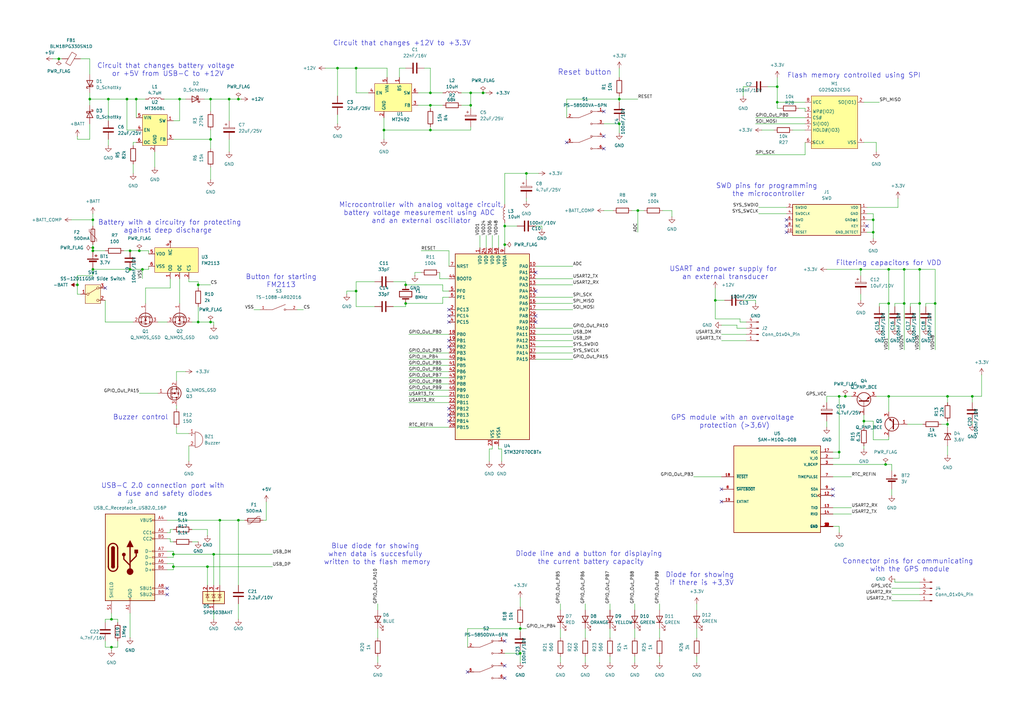
<source format=kicad_sch>
(kicad_sch (version 20250114) (generator "eeschema") (generator_version "9.0")
  (paper "A3")
  (title_block (title "Master's Thesis Board") (date "2025-03-12") (rev "0"))
  (lib_symbols
    (symbol "Connector:Conn_01x04_Pin" (pin_names (offset 1.016) (hide yes))
      (property "Reference" "J" (at 0 5.08 0))
      (property "Value" "Conn_01x04_Pin" (at 0 -7.62 0))
      (symbol "Conn_01x04_Pin_1_1"
        (pin passive line (at 5.08 2.54 180) (length 3.81) (name "Pin_1") (number "1"))
        (pin passive line (at 5.08 0 180) (length 3.81) (name "Pin_2") (number "2"))
        (pin passive line (at 5.08 -2.54 180) (length 3.81) (name "Pin_3") (number "3"))
        (pin passive line (at 5.08 -5.08 180) (length 3.81) (name "Pin_4") (number "4"))
      )
    )
    (symbol "Connector:USB_C_Receptacle_USB2.0_16P" (pin_names (offset 1.016))
      (property "Reference" "J" (at 0 22.225 0))
      (property "Value" "USB_C_Receptacle_USB2.0_16P" (at 0 19.685 0))
      (symbol "USB_C_Receptacle_USB2.0_16P_1_1"
        (pin passive line (at -7.62 -22.86 90) (length 5.08) (name "SHIELD") (number "S1"))
        (pin passive line (at 0 -22.86 90) (length 5.08) (name "GND") (number "A1"))
        (pin passive line (at 0 -22.86 90) (length 5.08) (hide yes) (name "GND") (number "A12"))
        (pin passive line (at 0 -22.86 90) (length 5.08) (hide yes) (name "GND") (number "B1"))
        (pin passive line (at 0 -22.86 90) (length 5.08) (hide yes) (name "GND") (number "B12"))
        (pin passive line (at 15.24 15.24 180) (length 5.08) (name "VBUS") (number "A4"))
        (pin passive line (at 15.24 15.24 180) (length 5.08) (hide yes) (name "VBUS") (number "A9"))
        (pin passive line (at 15.24 15.24 180) (length 5.08) (hide yes) (name "VBUS") (number "B4"))
        (pin passive line (at 15.24 15.24 180) (length 5.08) (hide yes) (name "VBUS") (number "B9"))
        (pin bidirectional line (at 15.24 10.16 180) (length 5.08) (name "CC1") (number "A5"))
        (pin bidirectional line (at 15.24 7.62 180) (length 5.08) (name "CC2") (number "B5"))
        (pin bidirectional line (at 15.24 2.54 180) (length 5.08) (name "D-") (number "A7"))
        (pin bidirectional line (at 15.24 0 180) (length 5.08) (name "D-") (number "B7"))
        (pin bidirectional line (at 15.24 -2.54 180) (length 5.08) (name "D+") (number "A6"))
        (pin bidirectional line (at 15.24 -5.08 180) (length 5.08) (name "D+") (number "B6"))
        (pin bidirectional line (at 15.24 -12.7 180) (length 5.08) (name "SBU1") (number "A8"))
        (pin bidirectional line (at 15.24 -15.24 180) (length 5.08) (name "SBU2") (number "B8"))
      )
    )
    (symbol "Device:Battery_Cell" (pin_numbers (hide yes)) (pin_names (offset 0) (hide yes))
      (property "Reference" "BT" (at 2.54 2.54 0))
      (property "Value" "Battery_Cell" (at 2.54 0 0))
      (symbol "Battery_Cell_1_1"
        (pin passive line (at 0 5.08 270) (length 2.54) (name "+") (number "1"))
        (pin passive line (at 0 -2.54 90) (length 2.54) (name "-") (number "2"))
      )
    )
    (symbol "Device:Buzzer" (pin_names (offset 0.0254) (hide yes))
      (property "Reference" "BZ" (at 3.81 1.27 0))
      (property "Value" "Buzzer" (at 3.81 -1.27 0))
      (symbol "Buzzer_1_1"
        (pin passive line (at -2.54 2.54 0) (length 2.54) (name "+") (number "1"))
        (pin passive line (at -2.54 -2.54 0) (length 2.54) (name "-") (number "2"))
      )
    )
    (symbol "Device:C" (pin_numbers (hide yes)) (pin_names (offset 0.254))
      (property "Reference" "C" (at 0.635 2.54 0))
      (property "Value" "C" (at 0.635 -2.54 0))
      (symbol "C_1_1"
        (pin passive line (at 0 3.81 270) (length 2.794) (name "~") (number "1"))
        (pin passive line (at 0 -3.81 90) (length 2.794) (name "~") (number "2"))
      )
    )
    (symbol "Device:C_Polarized" (pin_numbers (hide yes)) (pin_names (offset 0.254))
      (property "Reference" "C" (at 0.635 2.54 0))
      (property "Value" "C_Polarized" (at 0.635 -2.54 0))
      (symbol "C_Polarized_1_1"
        (pin passive line (at 0 3.81 270) (length 2.794) (name "~") (number "1"))
        (pin passive line (at 0 -3.81 90) (length 2.794) (name "~") (number "2"))
      )
    )
    (symbol "Device:Crystal" (pin_numbers (hide yes)) (pin_names (offset 1.016) (hide yes))
      (property "Reference" "Y" (at 0 3.81 0))
      (property "Value" "Crystal" (at 0 -3.81 0))
      (symbol "Crystal_1_1"
        (pin passive line (at -3.81 0 0) (length 1.27) (name "1") (number "1"))
        (pin passive line (at 3.81 0 180) (length 1.27) (name "2") (number "2"))
      )
    )
    (symbol "Device:D_Schottky" (pin_numbers (hide yes)) (pin_names (offset 1.016) (hide yes))
      (property "Reference" "D" (at 0 2.54 0))
      (property "Value" "D_Schottky" (at 0 -2.54 0))
      (symbol "D_Schottky_1_1"
        (pin passive line (at -3.81 0 0) (length 2.54) (name "K") (number "1"))
        (pin passive line (at 3.81 0 180) (length 2.54) (name "A") (number "2"))
      )
    )
    (symbol "Device:D_Zener" (pin_numbers (hide yes)) (pin_names (offset 1.016) (hide yes))
      (property "Reference" "D" (at 0 2.54 0))
      (property "Value" "D_Zener" (at 0 -2.54 0))
      (symbol "D_Zener_1_1"
        (pin passive line (at -3.81 0 0) (length 2.54) (name "K") (number "1"))
        (pin passive line (at 3.81 0 180) (length 2.54) (name "A") (number "2"))
      )
    )
    (symbol "Device:FerriteBead" (pin_numbers (hide yes)) (pin_names (offset 0))
      (property "Reference" "FB" (at -3.81 0.635 90))
      (property "Value" "FerriteBead" (at 3.81 0 90))
      (symbol "FerriteBead_1_1"
        (pin passive line (at 0 3.81 270) (length 2.54) (name "~") (number "1"))
        (pin passive line (at 0 -3.81 90) (length 2.54) (name "~") (number "2"))
      )
    )
    (symbol "Device:L" (pin_numbers (hide yes)) (pin_names (offset 1.016) (hide yes))
      (property "Reference" "L" (at -1.27 0 90))
      (property "Value" "L" (at 1.905 0 90))
      (symbol "L_1_1"
        (pin passive line (at 0 3.81 270) (length 1.27) (name "1") (number "1"))
        (pin passive line (at 0 -3.81 90) (length 1.27) (name "2") (number "2"))
      )
    )
    (symbol "Device:LED" (pin_numbers (hide yes)) (pin_names (offset 1.016) (hide yes))
      (property "Reference" "D" (at 0 2.54 0))
      (property "Value" "LED" (at 0 -2.54 0))
      (symbol "LED_1_1"
        (pin passive line (at -3.81 0 0) (length 2.54) (name "K") (number "1"))
        (pin passive line (at 3.81 0 180) (length 2.54) (name "A") (number "2"))
      )
    )
    (symbol "Device:Polyfuse" (pin_numbers (hide yes)) (pin_names (offset 0))
      (property "Reference" "F" (at -2.54 0 90))
      (property "Value" "Polyfuse" (at 2.54 0 90))
      (symbol "Polyfuse_1_1"
        (pin passive line (at 0 3.81 270) (length 1.27) (name "~") (number "1"))
        (pin passive line (at 0 -3.81 90) (length 1.27) (name "~") (number "2"))
      )
    )
    (symbol "Device:R" (pin_numbers (hide yes)) (pin_names (offset 0))
      (property "Reference" "R" (at 2.032 0 90))
      (property "Value" "R" (at 0 0 90))
      (symbol "R_1_1"
        (pin passive line (at 0 3.81 270) (length 1.27) (name "~") (number "1"))
        (pin passive line (at 0 -3.81 90) (length 1.27) (name "~") (number "2"))
      )
    )
    (symbol "FM2113_1"
      (property "Reference" "U" (at 0 0 0))
      (property "Value" "FM2113" (at 0 0 0))
      (symbol "FM2113_1_1_1"
        (pin power_in line (at -1.27 8.89 0) (length 2.54) (name "VDD") (number "5"))
        (pin passive line (at -1.27 3.81 0) (length 2.54) (name "VSS") (number "6"))
        (pin no_connect line (at 7.62 13.97 270) (length 2.54) (name "NC") (number "4"))
        (pin output line (at 7.62 -1.27 90) (length 2.54) (name "OD") (number "1"))
        (pin output line (at 11.43 -1.27 90) (length 2.54) (name "OC") (number "3"))
        (pin input line (at 15.24 -1.27 90) (length 2.54) (name "CS") (number "2"))
      )
    )
    (symbol "MCU_ST_STM32F0:STM32F070CBTx"
      (property "Reference" "U" (at -15.24 39.37 0))
      (property "Value" "STM32F070CBTx" (at 7.62 39.37 0))
      (symbol "STM32F070CBTx_1_1"
        (pin input line (at -17.78 33.02 0) (length 2.54) (name "NRST") (number "7"))
        (pin input line (at -17.78 27.94 0) (length 2.54) (name "BOOT0") (number "44"))
        (pin bidirectional line (at -17.78 22.86 0) (length 2.54) (name "PF0") (number "5"))
        (pin bidirectional line (at -17.78 20.32 0) (length 2.54) (name "PF1") (number "6"))
        (pin bidirectional line (at -17.78 15.24 0) (length 2.54) (name "PC13") (number "2"))
        (pin bidirectional line (at -17.78 12.7 0) (length 2.54) (name "PC14") (number "3"))
        (pin bidirectional line (at -17.78 10.16 0) (length 2.54) (name "PC15") (number "4"))
        (pin bidirectional line (at -17.78 5.08 0) (length 2.54) (name "PB0") (number "18"))
        (pin bidirectional line (at -17.78 2.54 0) (length 2.54) (name "PB1") (number "19"))
        (pin bidirectional line (at -17.78 0 0) (length 2.54) (name "PB2") (number "20"))
        (pin bidirectional line (at -17.78 -2.54 0) (length 2.54) (name "PB3") (number "39"))
        (pin bidirectional line (at -17.78 -5.08 0) (length 2.54) (name "PB4") (number "40"))
        (pin bidirectional line (at -17.78 -7.62 0) (length 2.54) (name "PB5") (number "41"))
        (pin bidirectional line (at -17.78 -10.16 0) (length 2.54) (name "PB6") (number "42"))
        (pin bidirectional line (at -17.78 -12.7 0) (length 2.54) (name "PB7") (number "43"))
        (pin bidirectional line (at -17.78 -15.24 0) (length 2.54) (name "PB8") (number "45"))
        (pin bidirectional line (at -17.78 -17.78 0) (length 2.54) (name "PB9") (number "46"))
        (pin bidirectional line (at -17.78 -20.32 0) (length 2.54) (name "PB10") (number "21"))
        (pin bidirectional line (at -17.78 -22.86 0) (length 2.54) (name "PB11") (number "22"))
        (pin bidirectional line (at -17.78 -25.4 0) (length 2.54) (name "PB12") (number "25"))
        (pin bidirectional line (at -17.78 -27.94 0) (length 2.54) (name "PB13") (number "26"))
        (pin bidirectional line (at -17.78 -30.48 0) (length 2.54) (name "PB14") (number "27"))
        (pin bidirectional line (at -17.78 -33.02 0) (length 2.54) (name "PB15") (number "28"))
        (pin power_in line (at -5.08 40.64 270) (length 2.54) (name "VDD") (number "1"))
        (pin power_in line (at -2.54 40.64 270) (length 2.54) (name "VDD") (number "24"))
        (pin power_in line (at 0 40.64 270) (length 2.54) (name "VDD") (number "36"))
        (pin power_in line (at 0 -40.64 90) (length 2.54) (name "VSS") (number "23"))
        (pin passive line (at 0 -40.64 90) (length 2.54) (hide yes) (name "VSS") (number "35"))
        (pin passive line (at 0 -40.64 90) (length 2.54) (hide yes) (name "VSS") (number "47"))
        (pin power_in line (at 2.54 40.64 270) (length 2.54) (name "VDD") (number "48"))
        (pin power_in line (at 2.54 -40.64 90) (length 2.54) (name "VSSA") (number "8"))
        (pin power_in line (at 5.08 40.64 270) (length 2.54) (name "VDDA") (number "9"))
        (pin bidirectional line (at 17.78 33.02 180) (length 2.54) (name "PA0") (number "10"))
        (pin bidirectional line (at 17.78 30.48 180) (length 2.54) (name "PA1") (number "11"))
        (pin bidirectional line (at 17.78 27.94 180) (length 2.54) (name "PA2") (number "12"))
        (pin bidirectional line (at 17.78 25.4 180) (length 2.54) (name "PA3") (number "13"))
        (pin bidirectional line (at 17.78 22.86 180) (length 2.54) (name "PA4") (number "14"))
        (pin bidirectional line (at 17.78 20.32 180) (length 2.54) (name "PA5") (number "15"))
        (pin bidirectional line (at 17.78 17.78 180) (length 2.54) (name "PA6") (number "16"))
        (pin bidirectional line (at 17.78 15.24 180) (length 2.54) (name "PA7") (number "17"))
        (pin bidirectional line (at 17.78 12.7 180) (length 2.54) (name "PA8") (number "29"))
        (pin bidirectional line (at 17.78 10.16 180) (length 2.54) (name "PA9") (number "30"))
        (pin bidirectional line (at 17.78 7.62 180) (length 2.54) (name "PA10") (number "31"))
        (pin bidirectional line (at 17.78 5.08 180) (length 2.54) (name "PA11") (number "32"))
        (pin bidirectional line (at 17.78 2.54 180) (length 2.54) (name "PA12") (number "33"))
        (pin bidirectional line (at 17.78 0 180) (length 2.54) (name "PA13") (number "34"))
        (pin bidirectional line (at 17.78 -2.54 180) (length 2.54) (name "PA14") (number "37"))
        (pin bidirectional line (at 17.78 -5.08 180) (length 2.54) (name "PA15") (number "38"))
      )
    )
    (symbol "MT3608L_1"
      (property "Reference" "U" (at 0 0 0))
      (property "Value" "MT3608L" (at 0 0 0))
      (symbol "MT3608L_1_1_1"
        (pin input line (at 1.27 15.24 0) (length 2.54) (name "VIN") (number "5"))
        (pin input line (at 1.27 10.16 0) (length 2.54) (name "EN") (number "4"))
        (pin input line (at 1.27 5.08 0) (length 2.54) (name "OC") (number "6"))
        (pin passive line (at 8.89 1.27 90) (length 2.54) (name "GND") (number "2"))
        (pin power_out line (at 16.51 13.97 180) (length 2.54) (name "SW") (number "1"))
        (pin input line (at 16.51 6.35 180) (length 2.54) (name "FB") (number "3"))
      )
    )
    (symbol "My_Library:GD25Q32ESIG"
      (property "Reference" "M" (at 0 0 0))
      (property "Value" "GD25Q32ESIG" (at 0 0 0))
      (symbol "GD25Q32ESIG_1_1"
        (pin power_in line (at 1.27 20.32 0) (length 2.54) (name "VCC") (number "8"))
        (pin input line (at 1.27 16.51 0) (length 2.54) (name "WP#(IO2)") (number "3"))
        (pin input line (at 1.27 13.97 0) (length 2.54) (name "CS#") (number "1"))
        (pin input line (at 1.27 11.43 0) (length 2.54) (name "SI(IO0)") (number "5"))
        (pin input line (at 1.27 8.89 0) (length 2.54) (name "HOLD#(IO3)") (number "7"))
        (pin input clock (at 1.27 3.81 0) (length 2.54) (name "SCLK") (number "6"))
        (pin output line (at 25.4 20.32 180) (length 2.54) (name "SO(IO1)") (number "2"))
        (pin passive line (at 25.4 3.81 180) (length 2.54) (name "VSS") (number "4"))
      )
    )
    (symbol "My_Library:MT2492"
      (property "Reference" "U" (at 0 0 0))
      (property "Value" "MT2492" (at 0 0 0))
      (symbol "MT2492_1_1"
        (pin input line (at -2.54 11.43 0) (length 2.54) (name "EN") (number "4"))
        (pin passive line (at 3.81 1.27 90) (length 2.54) (name "GND") (number "2"))
        (pin power_in line (at 5.08 17.78 270) (length 2.54) (name "VIN") (number "5"))
        (pin bidirectional line (at 10.16 17.78 270) (length 2.54) (name "BS") (number "1"))
        (pin power_out line (at 17.78 11.43 180) (length 2.54) (name "SW") (number "6"))
        (pin input line (at 17.78 6.35 180) (length 2.54) (name "FB") (number "3"))
      )
    )
    (symbol "My_Library:PS-5850DVA-6PN" (pin_names (offset 1.016))
      (property "Reference" "S" (at -2.54 10.16 0))
      (property "Value" "PS-5850DVA-6PN" (at -2.54 -10.16 0))
      (symbol "PS-5850DVA-6PN_0_0"
        (pin passive line (at -7.62 5.08 0) (length 2.54) (name "~") (number "2"))
        (pin passive line (at -7.62 -5.08 0) (length 2.54) (name "~") (number "5"))
        (pin passive line (at 7.62 7.62 180) (length 2.54) (name "~") (number "1"))
        (pin passive line (at 7.62 2.54 180) (length 2.54) (name "~") (number "3"))
        (pin passive line (at 7.62 -2.54 180) (length 2.54) (name "~") (number "4"))
        (pin passive line (at 7.62 -7.62 180) (length 2.54) (name "~") (number "6"))
      )
    )
    (symbol "My_Library:SAM-M10Q-00B" (pin_names (offset 1.016))
      (property "Reference" "U" (at -17.78 18.542 0))
      (property "Value" "SAM-M10Q-00B" (at -17.78 -20.32 0))
      (symbol "SAM-M10Q-00B_0_0"
        (pin input line (at -22.86 5.08 0) (length 5.08) (name "~{RESET}") (number "18"))
        (pin input line (at -22.86 0 0) (length 5.08) (name "~{SAFEBOOT}") (number "8"))
        (pin input line (at -22.86 -5.08 0) (length 5.08) (name "EXTINT") (number "19"))
        (pin power_in line (at 22.86 15.24 180) (length 5.08) (name "VCC") (number "17"))
        (pin power_in line (at 22.86 12.7 180) (length 5.08) (name "V_IO") (number "2"))
        (pin power_in line (at 22.86 10.16 180) (length 5.08) (name "V_BCKP") (number "3"))
        (pin output line (at 22.86 5.08 180) (length 5.08) (name "TIMEPULSE") (number "7"))
        (pin bidirectional line (at 22.86 0 180) (length 5.08) (name "SDA") (number "9"))
        (pin input clock (at 22.86 -2.54 180) (length 5.08) (name "SCL") (number "12"))
        (pin output line (at 22.86 -7.62 180) (length 5.08) (name "TXD") (number "13"))
        (pin input line (at 22.86 -10.16 180) (length 5.08) (name "RXD") (number "14"))
        (pin power_in line (at 22.86 -15.24 180) (length 5.08) (name "GND") (number "1"))
        (pin power_in line (at 22.86 -15.24 180) (length 5.08) (name "GND") (number "10"))
        (pin power_in line (at 22.86 -15.24 180) (length 5.08) (name "GND") (number "11"))
        (pin power_in line (at 22.86 -15.24 180) (length 5.08) (name "GND") (number "15"))
        (pin power_in line (at 22.86 -15.24 180) (length 5.08) (name "GND") (number "16"))
        (pin power_in line (at 22.86 -15.24 180) (length 5.08) (name "GND") (number "20"))
        (pin power_in line (at 22.86 -15.24 180) (length 5.08) (name "GND") (number "4"))
        (pin power_in line (at 22.86 -15.24 180) (length 5.08) (name "GND") (number "5"))
        (pin power_in line (at 22.86 -15.24 180) (length 5.08) (name "GND") (number "6"))
      )
    )
    (symbol "My_Library:SWD" (pin_names (offset 1.016))
      (property "Reference" "J" (at -3.8133 7.6265 0))
      (property "Value" "SWD" (at -3.8131 -8.8973 0))
      (symbol "SWD_0_0"
        (pin bidirectional line (at -16.51 5.08 0) (length 2.54) (name "SWDIO") (number "2"))
        (pin bidirectional line (at -16.51 2.54 0) (length 2.54) (name "SWDCLK") (number "4"))
        (pin bidirectional line (at -16.51 0 0) (length 2.54) (name "SWO") (number "6"))
        (pin bidirectional line (at -16.51 -2.54 0) (length 2.54) (name "NC") (number "8"))
        (pin bidirectional line (at -16.51 -5.08 0) (length 2.54) (name "RESET") (number "10"))
        (pin bidirectional line (at 16.51 5.08 180) (length 2.54) (name "VDD") (number "1"))
        (pin bidirectional line (at 16.51 2.54 180) (length 2.54) (name "GND") (number "3"))
        (pin bidirectional line (at 16.51 0 180) (length 2.54) (name "GND@1") (number "5"))
        (pin bidirectional line (at 16.51 -2.54 180) (length 2.54) (name "KEY") (number "7"))
        (pin bidirectional line (at 16.51 -5.08 180) (length 2.54) (name "GND_DETECT") (number "9"))
      )
    )
    (symbol "My_Library:TS-1088-AR02016" (pin_names (offset 1.016))
      (property "Reference" "S" (at -2.54 2.54 0))
      (property "Value" "TS-1088-AR02016" (at -2.54 -2.54 0))
      (symbol "TS-1088-AR02016_0_0"
        (pin passive line (at -7.62 0 0) (length 2.54) (name "~") (number "1"))
        (pin passive line (at 7.62 0 180) (length 2.54) (name "~") (number "2"))
      )
    )
    (symbol "Power_Protection:SP0503BAHT" (pin_names (hide yes))
      (property "Reference" "D" (at 5.715 2.54 0))
      (property "Value" "SP0503BAHT" (at 5.715 0.635 0))
      (symbol "SP0503BAHT_0_0"
        (pin passive line (at 0 -5.08 90) (length 2.54) (name "A") (number "1"))
      )
      (symbol "SP0503BAHT_1_1"
        (pin passive line (at -2.54 5.08 270) (length 2.54) (name "K") (number "2"))
        (pin passive line (at 0 5.08 270) (length 2.54) (name "K") (number "3"))
        (pin passive line (at 2.54 5.08 270) (length 2.54) (name "K") (number "4"))
      )
    )
    (symbol "Switch:SW_Wuerth_450301014042" (pin_names (offset 1) (hide yes))
      (property "Reference" "SW" (at 0 5.08 0))
      (property "Value" "SW_Wuerth_450301014042" (at 0 -5.08 0))
      (symbol "SW_Wuerth_450301014042_1_1"
        (pin passive line (at -5.08 0 0) (length 2.54) (name "B") (number "1"))
        (pin passive line (at 5.08 2.54 180) (length 2.54) (name "A") (number "3"))
        (pin passive line (at 5.08 -2.54 180) (length 2.54) (name "C") (number "2"))
      )
    )
    (symbol "Transistor_BJT:Q_PNP_BCE" (pin_names (offset 0) (hide yes))
      (property "Reference" "Q" (at 5.08 1.27 0))
      (property "Value" "Q_PNP_BCE" (at 5.08 -1.27 0))
      (symbol "Q_PNP_BCE_1_1"
        (pin input line (at -5.08 0 0) (length 2.54) (name "B") (number "1"))
        (pin passive line (at 2.54 5.08 270) (length 2.54) (name "C") (number "2"))
        (pin passive line (at 2.54 -5.08 90) (length 2.54) (name "E") (number "3"))
      )
    )
    (symbol "Transistor_FET:Q_NMOS_GSD" (pin_names (offset 0) (hide yes))
      (property "Reference" "Q" (at 5.08 1.905 0))
      (property "Value" "Q_NMOS_GSD" (at 5.08 0 0))
      (symbol "Q_NMOS_GSD_1_1"
        (pin input line (at -5.08 0 0) (length 2.54) (name "G") (number "1"))
        (pin passive line (at 2.54 5.08 270) (length 2.54) (name "D") (number "3"))
        (pin passive line (at 2.54 -5.08 90) (length 2.54) (name "S") (number "2"))
      )
    )
    (symbol "power:+12V" (power) (pin_numbers (hide yes)) (pin_names (offset 0) (hide yes))
      (property "Value" "+12V" (at 0 3.556 0))
      (symbol "+12V_1_1"
        (pin power_in line (at 0 0 90) (length 0) (name "~") (number "1"))
      )
    )
    (symbol "power:+3.3V" (power) (pin_numbers (hide yes)) (pin_names (offset 0) (hide yes))
      (property "Value" "+3.3V" (at 0 3.556 0))
      (symbol "+3.3V_1_1"
        (pin power_in line (at 0 0 90) (length 0) (name "~") (number "1"))
      )
    )
    (symbol "power:+5V" (power) (pin_numbers (hide yes)) (pin_names (offset 0) (hide yes))
      (property "Value" "+5V" (at 0 3.556 0))
      (symbol "+5V_1_1"
        (pin power_in line (at 0 0 90) (length 0) (name "~") (number "1"))
      )
    )
    (symbol "power:+BATT" (power) (pin_numbers (hide yes)) (pin_names (offset 0) (hide yes))
      (property "Value" "+BATT" (at 0 3.556 0))
      (symbol "+BATT_1_1"
        (pin power_in line (at 0 0 90) (length 0) (name "~") (number "1"))
      )
    )
    (symbol "power:-BATT" (power) (pin_numbers (hide yes)) (pin_names (offset 0) (hide yes))
      (property "Value" "-BATT" (at 0 3.556 0))
      (symbol "-BATT_1_1"
        (pin power_in line (at 0 0 90) (length 0) (name "~") (number "1"))
      )
    )
    (symbol "power:GND" (power) (pin_numbers (hide yes)) (pin_names (offset 0) (hide yes))
      (property "Value" "GND" (at 0 -3.81 0))
      (symbol "GND_1_1"
        (pin power_in line (at 0 0 270) (length 0) (name "~") (number "1"))
      )
    )
    (symbol "power:PWR_FLAG" (power) (pin_numbers (hide yes)) (pin_names (offset 0) (hide yes))
      (property "Value" "PWR_FLAG" (at 0 3.81 0))
      (symbol "PWR_FLAG_0_0"
        (pin power_out line (at 0 0 90) (length 0) (name "~") (number "1"))
      )
    )
  )
  (text "Connector pins for communicating \nwith the GPS module" (at 373.126 231.902 0) (effects (font (size 2.032 2.032))))
  (text "SWD pins for programming \nthe microcontroller" (at 315.214 77.978 0) (effects (font (size 2.032 2.032))))
  (text "Circuit that changes +12V to +3.3V" (at 164.846 17.78 0) (effects (font (size 2.032 2.032))))
  (text "Microcontroller with analog voltage circuit,\nbattery voltage measurement using ADC \nand an external oscillator" (at 172.72 87.376 0) (effects (font (size 2.032 2.032))))
  (text "Circuit that changes battery voltage \nor +5V from USB-C to +12V" (at 68.834 28.702 0) (effects (font (size 2.032 2.032))))
  (text "GPS module with an overvoltage \nprotection (>3,6V)" (at 301.244 172.974 0) (effects (font (size 2.032 2.032))))
  (text "Button for starting\nFM2113" (at 115.316 115.316 0) (effects (font (size 2.032 2.032))))
  (text "Buzzer control" (at 57.658 171.196 0) (effects (font (size 2.032 2.032))))
  (text "Flash memory controlled using SPI" (at 350.266 30.988 0) (effects (font (size 2.032 2.032))))
  (text "Diode line and a button for displaying \nthe current battery capacity" (at 242.316 228.854 0) (effects (font (size 2.032 2.032))))
  (text "Filtering capacitors for VDD" (at 364.49 107.95 0) (effects (font (size 2.032 2.032))))
  (text "Blue diode for showing \nwhen data is succesfully \nwritten to the flash memory" (at 154.686 227.33 0) (effects (font (size 2.032 2.032))))
  (text "USART and power supply for \nan external transducer" (at 297.434 112.014 0) (effects (font (size 2.032 2.032))))
  (text "Diode for showing \nif there is +3,3V" (at 287.782 237.49 0) (effects (font (size 2.032 2.032))))
  (text "Reset button" (at 239.776 29.718 0) (effects (font (size 2.286 2.286))))
  (text "Battery with a circuitry for protecting\nagainst deep discharge " (at 69.596 92.964 0) (effects (font (size 2.032 2.032))))
  (text "USB-C 2.0 connection port with \na fuse and safety diodes" (at 67.564 200.914 0) (effects (font (size 2.032 2.032))))
  (junction (at 44.45 40.64))
  (junction (at 346.71 162.56))
  (junction (at 31.75 116.84))
  (junction (at 377.19 110.49))
  (junction (at 93.98 40.64))
  (junction (at 87.63 227.33))
  (junction (at 85.09 232.41))
  (junction (at 213.36 267.97))
  (junction (at 207.01 92.71))
  (junction (at 71.12 227.33))
  (junction (at 383.54 124.46))
  (junction (at 73.66 40.64))
  (junction (at 86.36 57.15))
  (junction (at 370.84 110.49))
  (junction (at 45.72 254))
  (junction (at 97.79 40.64))
  (junction (at 193.04 38.1))
  (junction (at 157.48 53.34))
  (junction (at 364.49 162.56))
  (junction (at 81.28 132.08))
  (junction (at 261.62 86.36))
  (junction (at 358.14 90.17))
  (junction (at 58.42 110.49))
  (junction (at 176.53 43.18))
  (junction (at 207.01 100.33))
  (junction (at 254 50.8))
  (junction (at 318.77 41.91))
  (junction (at 52.07 40.64))
  (junction (at 71.12 232.41))
  (junction (at 55.88 40.64))
  (junction (at 53.34 110.49))
  (junction (at 398.78 162.56))
  (junction (at 363.22 190.5))
  (junction (at 254 40.64))
  (junction (at 38.1 110.49))
  (junction (at 344.17 162.56))
  (junction (at 166.37 124.46))
  (junction (at 388.62 162.56))
  (junction (at 86.36 132.08))
  (junction (at 45.72 265.43))
  (junction (at 370.84 124.46))
  (junction (at 215.9 71.12))
  (junction (at 388.62 173.99))
  (junction (at 318.77 35.56))
  (junction (at 344.17 185.42))
  (junction (at 81.28 116.84))
  (junction (at 353.06 110.49))
  (junction (at 86.36 40.64))
  (junction (at 38.1 90.17))
  (junction (at 377.19 124.46))
  (junction (at 364.49 110.49))
  (junction (at 24.13 24.13))
  (junction (at 354.33 172.72))
  (junction (at 97.79 213.36))
  (junction (at 358.14 95.25))
  (junction (at 90.17 213.36))
  (junction (at 38.1 102.87))
  (junction (at 146.05 119.38))
  (junction (at 193.04 43.18))
  (junction (at 176.53 53.34))
  (junction (at 213.36 257.81))
  (junction (at 176.53 38.1))
  (junction (at 53.34 102.87))
  (junction (at 38.1 101.6))
  (junction (at 364.49 124.46))
  (junction (at 198.12 38.1))
  (junction (at 166.37 116.84))
  (junction (at 146.05 27.94))
  (junction (at 293.37 123.19))
  (junction (at 138.43 27.94))
  (junction (at 36.83 40.64))
  (junction (at 57.15 102.87))
  (no_connect (at 219.71 119.38))
  (no_connect (at 43.18 118.11))
  (no_connect (at 184.15 132.08))
  (no_connect (at 341.63 203.2))
  (no_connect (at 295.91 200.66))
  (no_connect (at 219.71 111.76))
  (no_connect (at 184.15 127))
  (no_connect (at 207.01 273.05))
  (no_connect (at 322.58 92.71))
  (no_connect (at 184.15 139.7))
  (no_connect (at 219.71 129.54))
  (no_connect (at 295.91 205.74))
  (no_connect (at 341.63 200.66))
  (no_connect (at 219.71 132.08))
  (no_connect (at 68.58 243.84))
  (no_connect (at 207.01 262.89))
  (no_connect (at 207.01 278.13))
  (no_connect (at 184.15 172.72))
  (no_connect (at 322.58 90.17))
  (no_connect (at 68.58 241.3))
  (no_connect (at 184.15 142.24))
  (no_connect (at 247.65 60.96))
  (no_connect (at 184.15 129.54))
  (no_connect (at 184.15 170.18))
  (no_connect (at 247.65 45.72))
  (no_connect (at 355.6 92.71))
  (no_connect (at 322.58 95.25))
  (no_connect (at 191.77 275.59))
  (no_connect (at 247.65 55.88))
  (no_connect (at 184.15 167.64))
  (no_connect (at 232.41 58.42))
  (wire (pts (xy 318.77 44.45) (xy 318.77 41.91)))
  (wire (pts (xy 54.61 59.69) (xy 54.61 58.42)))
  (wire (pts (xy 330.2 44.45) (xy 327.66 44.45)))
  (wire (pts (xy 87.63 227.33) (xy 87.63 240.03)))
  (wire (pts (xy 81.28 115.57) (xy 81.28 116.84)))
  (wire (pts (xy 69.85 217.17) (xy 71.12 217.17)))
  (wire (pts (xy 293.37 130.81) (xy 303.53 130.81)))
  (wire (pts (xy 379.73 124.46) (xy 379.73 125.73)))
  (wire (pts (xy 254 50.8) (xy 254 54.61)))
  (wire (pts (xy 48.26 254) (xy 45.72 254)))
  (wire (pts (xy 72.39 177.8) (xy 77.47 177.8)))
  (wire (pts (xy 309.88 48.26) (xy 330.2 48.26)))
  (wire (pts (xy 93.98 57.15) (xy 93.98 62.23)))
  (wire (pts (xy 154.94 247.65) (xy 154.94 250.19)))
  (wire (pts (xy 167.64 165.1) (xy 184.15 165.1)))
  (wire (pts (xy 68.58 228.6) (xy 71.12 228.6)))
  (wire (pts (xy 364.49 180.34) (xy 358.14 180.34)))
  (wire (pts (xy 167.64 147.32) (xy 184.15 147.32)))
  (wire (pts (xy 260.35 247.65) (xy 260.35 250.19)))
  (wire (pts (xy 157.48 53.34) (xy 157.48 57.15)))
  (wire (pts (xy 31.75 120.65) (xy 31.75 116.84)))
  (wire (pts (xy 167.64 137.16) (xy 184.15 137.16)))
  (wire (pts (xy 138.43 46.99) (xy 138.43 50.8)))
  (wire (pts (xy 69.85 114.3) (xy 69.85 118.11)))
  (wire (pts (xy 254 40.64) (xy 254 41.91)))
  (wire (pts (xy 31.75 55.88) (xy 31.75 57.15)))
  (wire (pts (xy 309.88 50.8) (xy 330.2 50.8)))
  (wire (pts (xy 254 27.94) (xy 254 31.75)))
  (wire (pts (xy 353.06 120.65) (xy 353.06 123.19)))
  (wire (pts (xy 85.09 232.41) (xy 85.09 240.03)))
  (wire (pts (xy 31.75 57.15) (xy 36.83 57.15)))
  (wire (pts (xy 360.68 124.46) (xy 364.49 124.46)))
  (wire (pts (xy 205.74 184.15) (xy 204.47 184.15)))
  (wire (pts (xy 285.75 269.24) (xy 285.75 271.78)))
  (wire (pts (xy 158.75 27.94) (xy 158.75 31.75)))
  (wire (pts (xy 293.37 118.11) (xy 293.37 123.19)))
  (wire (pts (xy 53.34 102.87) (xy 57.15 102.87)))
  (wire (pts (xy 213.36 245.11) (xy 213.36 248.92)))
  (wire (pts (xy 59.69 118.11) (xy 59.69 124.46)))
  (wire (pts (xy 73.66 49.53) (xy 73.66 40.64)))
  (wire (pts (xy 69.85 218.44) (xy 68.58 218.44)))
  (wire (pts (xy 205.74 189.23) (xy 205.74 184.15)))
  (wire (pts (xy 285.75 257.81) (xy 285.75 261.62)))
  (wire (pts (xy 365.76 246.38) (xy 377.19 246.38)))
  (wire (pts (xy 370.84 124.46) (xy 367.03 124.46)))
  (wire (pts (xy 364.49 110.49) (xy 370.84 110.49)))
  (wire (pts (xy 50.8 102.87) (xy 53.34 102.87)))
  (wire (pts (xy 358.14 180.34) (xy 358.14 172.72)))
  (wire (pts (xy 167.64 157.48) (xy 184.15 157.48)))
  (wire (pts (xy 109.22 205.74) (xy 109.22 213.36)))
  (wire (pts (xy 81.28 116.84) (xy 81.28 118.11)))
  (wire (pts (xy 171.45 43.18) (xy 176.53 43.18)))
  (wire (pts (xy 240.03 269.24) (xy 240.03 271.78)))
  (wire (pts (xy 184.15 109.22) (xy 184.15 102.87)))
  (wire (pts (xy 81.28 132.08) (xy 86.36 132.08)))
  (wire (pts (xy 86.36 40.64) (xy 83.82 40.64)))
  (wire (pts (xy 370.84 110.49) (xy 377.19 110.49)))
  (wire (pts (xy 78.74 132.08) (xy 81.28 132.08)))
  (wire (pts (xy 97.79 213.36) (xy 90.17 213.36)))
  (wire (pts (xy 204.47 96.52) (xy 204.47 101.6)))
  (wire (pts (xy 167.64 152.4) (xy 184.15 152.4)))
  (wire (pts (xy 360.68 133.35) (xy 360.68 134.62)))
  (wire (pts (xy 163.83 31.75) (xy 163.83 27.94)))
  (wire (pts (xy 77.47 115.57) (xy 77.47 114.3)))
  (wire (pts (xy 354.33 58.42) (xy 359.41 58.42)))
  (wire (pts (xy 97.79 213.36) (xy 97.79 240.03)))
  (wire (pts (xy 176.53 43.18) (xy 176.53 44.45)))
  (wire (pts (xy 232.41 48.26) (xy 232.41 40.64)))
  (wire (pts (xy 311.15 85.09) (xy 322.58 85.09)))
  (wire (pts (xy 219.71 134.62) (xy 234.95 134.62)))
  (wire (pts (xy 341.63 190.5) (xy 363.22 190.5)))
  (wire (pts (xy 383.54 110.49) (xy 383.54 124.46)))
  (wire (pts (xy 69.85 220.98) (xy 68.58 220.98)))
  (wire (pts (xy 339.09 165.1) (xy 339.09 162.56)))
  (wire (pts (xy 284.48 195.58) (xy 295.91 195.58)))
  (wire (pts (xy 81.28 115.57) (xy 77.47 115.57)))
  (wire (pts (xy 36.83 50.8) (xy 36.83 57.15)))
  (wire (pts (xy 173.99 27.94) (xy 176.53 27.94)))
  (wire (pts (xy 54.61 58.42) (xy 55.88 58.42)))
  (wire (pts (xy 133.35 27.94) (xy 138.43 27.94)))
  (wire (pts (xy 346.71 162.56) (xy 349.25 162.56)))
  (wire (pts (xy 363.22 190.5) (xy 365.76 190.5)))
  (wire (pts (xy 229.87 257.81) (xy 229.87 261.62)))
  (wire (pts (xy 69.85 222.25) (xy 69.85 220.98)))
  (wire (pts (xy 320.04 44.45) (xy 318.77 44.45)))
  (wire (pts (xy 341.63 185.42) (xy 344.17 185.42)))
  (wire (pts (xy 71.12 227.33) (xy 87.63 227.33)))
  (wire (pts (xy 44.45 40.64) (xy 44.45 49.53)))
  (wire (pts (xy 93.98 49.53) (xy 93.98 40.64)))
  (wire (pts (xy 344.17 185.42) (xy 344.17 162.56)))
  (wire (pts (xy 261.62 86.36) (xy 264.16 86.36)))
  (wire (pts (xy 176.53 27.94) (xy 176.53 38.1)))
  (wire (pts (xy 154.94 269.24) (xy 154.94 271.78)))
  (wire (pts (xy 240.03 257.81) (xy 240.03 261.62)))
  (wire (pts (xy 344.17 218.44) (xy 344.17 215.9)))
  (wire (pts (xy 55.88 40.64) (xy 59.69 40.64)))
  (wire (pts (xy 193.04 38.1) (xy 193.04 43.18)))
  (wire (pts (xy 189.23 38.1) (xy 193.04 38.1)))
  (wire (pts (xy 71.12 232.41) (xy 71.12 233.68)))
  (wire (pts (xy 71.12 49.53) (xy 73.66 49.53)))
  (wire (pts (xy 379.73 124.46) (xy 383.54 124.46)))
  (wire (pts (xy 167.64 162.56) (xy 184.15 162.56)))
  (wire (pts (xy 213.36 266.7) (xy 213.36 267.97)))
  (wire (pts (xy 57.15 102.87) (xy 60.96 102.87)))
  (wire (pts (xy 207.01 71.12) (xy 215.9 71.12)))
  (wire (pts (xy 207.01 267.97) (xy 213.36 267.97)))
  (wire (pts (xy 207.01 71.12) (xy 207.01 83.82)))
  (wire (pts (xy 365.76 241.3) (xy 377.19 241.3)))
  (wire (pts (xy 43.18 123.19) (xy 43.18 132.08)))
  (wire (pts (xy 275.59 86.36) (xy 275.59 88.9)))
  (wire (pts (xy 55.88 40.64) (xy 55.88 48.26)))
  (wire (pts (xy 44.45 40.64) (xy 52.07 40.64)))
  (wire (pts (xy 146.05 27.94) (xy 146.05 38.1)))
  (wire (pts (xy 87.63 132.08) (xy 86.36 132.08)))
  (wire (pts (xy 104.14 127) (xy 106.68 127)))
  (wire (pts (xy 377.19 110.49) (xy 383.54 110.49)))
  (wire (pts (xy 344.17 162.56) (xy 346.71 162.56)))
  (wire (pts (xy 219.71 114.3) (xy 234.95 114.3)))
  (wire (pts (xy 377.19 110.49) (xy 377.19 124.46)))
  (wire (pts (xy 193.04 43.18) (xy 189.23 43.18)))
  (wire (pts (xy 304.8 35.56) (xy 307.34 35.56)))
  (wire (pts (xy 302.26 133.35) (xy 302.26 134.62)))
  (wire (pts (xy 259.08 86.36) (xy 261.62 86.36)))
  (wire (pts (xy 219.71 127) (xy 234.95 127)))
  (wire (pts (xy 353.06 110.49) (xy 364.49 110.49)))
  (wire (pts (xy 293.37 123.19) (xy 297.18 123.19)))
  (wire (pts (xy 176.53 38.1) (xy 181.61 38.1)))
  (wire (pts (xy 29.21 90.17) (xy 38.1 90.17)))
  (wire (pts (xy 354.33 182.88) (xy 354.33 184.15)))
  (wire (pts (xy 364.49 162.56) (xy 388.62 162.56)))
  (wire (pts (xy 45.72 265.43) (xy 45.72 266.7)))
  (wire (pts (xy 355.6 87.63) (xy 358.14 87.63)))
  (wire (pts (xy 193.04 38.1) (xy 198.12 38.1)))
  (wire (pts (xy 85.09 232.41) (xy 111.76 232.41)))
  (wire (pts (xy 93.98 40.64) (xy 86.36 40.64)))
  (wire (pts (xy 330.2 63.5) (xy 330.2 58.42)))
  (wire (pts (xy 261.62 86.36) (xy 261.62 95.25)))
  (wire (pts (xy 167.64 154.94) (xy 184.15 154.94)))
  (wire (pts (xy 176.53 43.18) (xy 181.61 43.18)))
  (wire (pts (xy 77.47 182.88) (xy 77.47 189.23)))
  (wire (pts (xy 38.1 110.49) (xy 53.34 110.49)))
  (wire (pts (xy 97.79 247.65) (xy 97.79 254)))
  (wire (pts (xy 213.36 256.54) (xy 213.36 257.81)))
  (wire (pts (xy 86.36 45.72) (xy 86.36 40.64)))
  (wire (pts (xy 53.34 110.49) (xy 58.42 110.49)))
  (wire (pts (xy 222.25 93.98) (xy 222.25 92.71)))
  (wire (pts (xy 69.85 217.17) (xy 69.85 218.44)))
  (wire (pts (xy 229.87 247.65) (xy 229.87 250.19)))
  (wire (pts (xy 151.13 38.1) (xy 146.05 38.1)))
  (wire (pts (xy 38.1 113.03) (xy 38.1 110.49)))
  (wire (pts (xy 318.77 31.75) (xy 318.77 35.56)))
  (wire (pts (xy 219.71 142.24) (xy 234.95 142.24)))
  (wire (pts (xy 355.6 90.17) (xy 358.14 90.17)))
  (wire (pts (xy 354.33 41.91) (xy 360.68 41.91)))
  (wire (pts (xy 341.63 208.28) (xy 349.25 208.28)))
  (wire (pts (xy 219.71 139.7) (xy 234.95 139.7)))
  (wire (pts (xy 339.09 172.72) (xy 339.09 175.26)))
  (wire (pts (xy 167.64 175.26) (xy 184.15 175.26)))
  (wire (pts (xy 260.35 269.24) (xy 260.35 271.78)))
  (wire (pts (xy 146.05 119.38) (xy 146.05 115.57)))
  (wire (pts (xy 38.1 101.6) (xy 38.1 102.87)))
  (wire (pts (xy 325.12 53.34) (xy 330.2 53.34)))
  (wire (pts (xy 43.18 254) (xy 43.18 255.27)))
  (wire (pts (xy 68.58 213.36) (xy 90.17 213.36)))
  (wire (pts (xy 229.87 269.24) (xy 229.87 271.78)))
  (wire (pts (xy 379.73 133.35) (xy 379.73 134.62)))
  (wire (pts (xy 60.96 104.14) (xy 60.96 102.87)))
  (wire (pts (xy 398.78 172.72) (xy 398.78 173.99)))
  (wire (pts (xy 38.1 102.87) (xy 43.18 102.87)))
  (wire (pts (xy 219.71 124.46) (xy 234.95 124.46)))
  (wire (pts (xy 161.29 125.73) (xy 166.37 125.73)))
  (wire (pts (xy 52.07 40.64) (xy 55.88 40.64)))
  (wire (pts (xy 142.24 119.38) (xy 146.05 119.38)))
  (wire (pts (xy 38.1 90.17) (xy 38.1 92.71)))
  (wire (pts (xy 270.51 269.24) (xy 270.51 271.78)))
  (wire (pts (xy 63.5 62.23) (xy 63.5 68.58)))
  (wire (pts (xy 71.12 232.41) (xy 85.09 232.41)))
  (wire (pts (xy 358.14 87.63) (xy 358.14 90.17)))
  (wire (pts (xy 166.37 116.84) (xy 166.37 115.57)))
  (wire (pts (xy 250.19 269.24) (xy 250.19 271.78)))
  (wire (pts (xy 354.33 172.72) (xy 354.33 175.26)))
  (wire (pts (xy 398.78 162.56) (xy 398.78 165.1)))
  (wire (pts (xy 309.88 123.19) (xy 304.8 123.19)))
  (wire (pts (xy 43.18 265.43) (xy 45.72 265.43)))
  (wire (pts (xy 67.31 40.64) (xy 73.66 40.64)))
  (wire (pts (xy 85.09 217.17) (xy 78.74 217.17)))
  (wire (pts (xy 370.84 124.46) (xy 370.84 143.51)))
  (wire (pts (xy 176.53 53.34) (xy 193.04 53.34)))
  (wire (pts (xy 295.91 133.35) (xy 302.26 133.35)))
  (wire (pts (xy 167.64 144.78) (xy 184.15 144.78)))
  (wire (pts (xy 388.62 173.99) (xy 388.62 175.26)))
  (wire (pts (xy 87.63 250.19) (xy 87.63 254)))
  (wire (pts (xy 38.1 87.63) (xy 38.1 90.17)))
  (wire (pts (xy 254 40.64) (xy 261.62 40.64)))
  (wire (pts (xy 370.84 110.49) (xy 370.84 124.46)))
  (wire (pts (xy 166.37 124.46) (xy 166.37 125.73)))
  (wire (pts (xy 219.71 121.92) (xy 234.95 121.92)))
  (wire (pts (xy 78.74 222.25) (xy 81.28 222.25)))
  (wire (pts (xy 167.64 160.02) (xy 184.15 160.02)))
  (wire (pts (xy 71.12 226.06) (xy 71.12 227.33)))
  (wire (pts (xy 31.75 116.84) (xy 31.75 113.03)))
  (wire (pts (xy 146.05 27.94) (xy 158.75 27.94)))
  (wire (pts (xy 71.12 231.14) (xy 71.12 232.41)))
  (wire (pts (xy 304.8 39.37) (xy 304.8 35.56)))
  (wire (pts (xy 358.14 97.79) (xy 358.14 95.25)))
  (wire (pts (xy 157.48 48.26) (xy 157.48 53.34)))
  (wire (pts (xy 311.15 87.63) (xy 322.58 87.63)))
  (wire (pts (xy 72.39 175.26) (xy 72.39 177.8)))
  (wire (pts (xy 260.35 257.81) (xy 260.35 261.62)))
  (wire (pts (xy 87.63 133.35) (xy 87.63 132.08)))
  (wire (pts (xy 86.36 60.96) (xy 86.36 57.15)))
  (wire (pts (xy 171.45 38.1) (xy 176.53 38.1)))
  (wire (pts (xy 373.38 133.35) (xy 373.38 134.62)))
  (wire (pts (xy 33.02 24.13) (xy 36.83 24.13)))
  (wire (pts (xy 73.66 40.64) (xy 76.2 40.64)))
  (wire (pts (xy 154.94 257.81) (xy 154.94 261.62)))
  (wire (pts (xy 184.15 121.92) (xy 181.61 121.92)))
  (wire (pts (xy 167.64 149.86) (xy 184.15 149.86)))
  (wire (pts (xy 48.26 255.27) (xy 48.26 254)))
  (wire (pts (xy 138.43 27.94) (xy 138.43 39.37)))
  (wire (pts (xy 318.77 35.56) (xy 318.77 41.91)))
  (wire (pts (xy 138.43 27.94) (xy 146.05 27.94)))
  (wire (pts (xy 364.49 179.07) (xy 364.49 180.34)))
  (wire (pts (xy 344.17 187.96) (xy 344.17 185.42)))
  (wire (pts (xy 36.83 40.64) (xy 36.83 43.18)))
  (wire (pts (xy 354.33 170.18) (xy 354.33 172.72)))
  (wire (pts (xy 402.59 153.67) (xy 402.59 162.56)))
  (wire (pts (xy 303.53 130.81) (xy 303.53 132.08)))
  (wire (pts (xy 207.01 92.71) (xy 212.09 92.71)))
  (wire (pts (xy 398.78 162.56) (xy 402.59 162.56)))
  (wire (pts (xy 309.88 63.5) (xy 330.2 63.5)))
  (wire (pts (xy 146.05 119.38) (xy 146.05 125.73)))
  (wire (pts (xy 43.18 254) (xy 45.72 254)))
  (wire (pts (xy 52.07 53.34) (xy 52.07 40.64)))
  (wire (pts (xy 312.42 53.34) (xy 317.5 53.34)))
  (wire (pts (xy 85.09 219.71) (xy 85.09 217.17)))
  (wire (pts (xy 247.65 86.36) (xy 251.46 86.36)))
  (wire (pts (xy 295.91 137.16) (xy 306.07 137.16)))
  (wire (pts (xy 293.37 123.19) (xy 293.37 130.81)))
  (wire (pts (xy 341.63 210.82) (xy 349.25 210.82)))
  (wire (pts (xy 339.09 110.49) (xy 353.06 110.49)))
  (wire (pts (xy 204.47 184.15) (xy 204.47 182.88)))
  (wire (pts (xy 180.34 114.3) (xy 184.15 114.3)))
  (wire (pts (xy 377.19 238.76) (xy 367.03 238.76)))
  (wire (pts (xy 219.71 137.16) (xy 234.95 137.16)))
  (wire (pts (xy 36.83 30.48) (xy 36.83 24.13)))
  (wire (pts (xy 193.04 44.45) (xy 193.04 43.18)))
  (wire (pts (xy 359.41 162.56) (xy 364.49 162.56)))
  (wire (pts (xy 68.58 233.68) (xy 71.12 233.68)))
  (wire (pts (xy 295.91 139.7) (xy 306.07 139.7)))
  (wire (pts (xy 365.76 190.5) (xy 365.76 193.04)))
  (wire (pts (xy 386.08 173.99) (xy 388.62 173.99)))
  (wire (pts (xy 360.68 124.46) (xy 360.68 125.73)))
  (wire (pts (xy 181.61 116.84) (xy 166.37 116.84)))
  (wire (pts (xy 33.02 120.65) (xy 31.75 120.65)))
  (wire (pts (xy 309.88 124.46) (xy 309.88 123.19)))
  (wire (pts (xy 368.3 81.28) (xy 368.3 85.09)))
  (wire (pts (xy 213.36 257.81) (xy 213.36 259.08)))
  (wire (pts (xy 364.49 162.56) (xy 364.49 168.91)))
  (wire (pts (xy 90.17 213.36) (xy 90.17 240.03)))
  (wire (pts (xy 71.12 227.33) (xy 71.12 228.6)))
  (wire (pts (xy 109.22 213.36) (xy 107.95 213.36)))
  (wire (pts (xy 219.71 116.84) (xy 234.95 116.84)))
  (wire (pts (xy 365.76 243.84) (xy 377.19 243.84)))
  (wire (pts (xy 69.85 118.11) (xy 59.69 118.11)))
  (wire (pts (xy 21.59 24.13) (xy 24.13 24.13)))
  (wire (pts (xy 58.42 110.49) (xy 58.42 114.3)))
  (wire (pts (xy 207.01 92.71) (xy 207.01 91.44)))
  (wire (pts (xy 97.79 213.36) (xy 100.33 213.36)))
  (wire (pts (xy 72.39 166.37) (xy 72.39 167.64)))
  (wire (pts (xy 172.72 102.87) (xy 184.15 102.87)))
  (wire (pts (xy 87.63 227.33) (xy 111.76 227.33)))
  (wire (pts (xy 285.75 247.65) (xy 285.75 250.19)))
  (wire (pts (xy 353.06 113.03) (xy 353.06 110.49)))
  (wire (pts (xy 341.63 195.58) (xy 349.25 195.58)))
  (wire (pts (xy 54.61 67.31) (xy 54.61 71.12)))
  (wire (pts (xy 153.67 115.57) (xy 146.05 115.57)))
  (wire (pts (xy 170.18 111.76) (xy 172.72 111.76)))
  (wire (pts (xy 250.19 257.81) (xy 250.19 261.62)))
  (wire (pts (xy 364.49 110.49) (xy 364.49 124.46)))
  (wire (pts (xy 372.11 173.99) (xy 378.46 173.99)))
  (wire (pts (xy 181.61 121.92) (xy 181.61 124.46)))
  (wire (pts (xy 358.14 90.17) (xy 358.14 95.25)))
  (wire (pts (xy 201.93 96.52) (xy 201.93 101.6)))
  (wire (pts (xy 355.6 85.09) (xy 368.3 85.09)))
  (wire (pts (xy 247.65 50.8) (xy 254 50.8)))
  (wire (pts (xy 196.85 96.52) (xy 196.85 101.6)))
  (wire (pts (xy 318.77 41.91) (xy 330.2 41.91)))
  (wire (pts (xy 43.18 262.89) (xy 43.18 265.43)))
  (wire (pts (xy 146.05 125.73) (xy 153.67 125.73)))
  (wire (pts (xy 339.09 162.56) (xy 344.17 162.56)))
  (wire (pts (xy 72.39 152.4) (xy 72.39 156.21)))
  (wire (pts (xy 270.51 247.65) (xy 270.51 250.19)))
  (wire (pts (xy 354.33 172.72) (xy 358.14 172.72)))
  (wire (pts (xy 200.66 184.15) (xy 201.93 184.15)))
  (wire (pts (xy 198.12 38.1) (xy 199.39 38.1)))
  (wire (pts (xy 215.9 71.12) (xy 215.9 73.66)))
  (wire (pts (xy 163.83 27.94) (xy 166.37 27.94)))
  (wire (pts (xy 271.78 86.36) (xy 275.59 86.36)))
  (wire (pts (xy 199.39 96.52) (xy 199.39 101.6)))
  (wire (pts (xy 219.71 147.32) (xy 234.95 147.32)))
  (wire (pts (xy 201.93 184.15) (xy 201.93 182.88)))
  (wire (pts (xy 180.34 111.76) (xy 180.34 114.3)))
  (wire (pts (xy 359.41 62.23) (xy 359.41 58.42)))
  (wire (pts (xy 373.38 124.46) (xy 373.38 125.73)))
  (wire (pts (xy 161.29 115.57) (xy 166.37 115.57)))
  (wire (pts (xy 45.72 254) (xy 45.72 251.46)))
  (wire (pts (xy 254 39.37) (xy 254 40.64)))
  (wire (pts (xy 44.45 57.15) (xy 44.45 59.69)))
  (wire (pts (xy 191.77 265.43) (xy 191.77 257.81)))
  (wire (pts (xy 303.53 132.08) (xy 306.07 132.08)))
  (wire (pts (xy 388.62 162.56) (xy 398.78 162.56)))
  (wire (pts (xy 377.19 124.46) (xy 377.19 143.51)))
  (wire (pts (xy 388.62 162.56) (xy 388.62 165.1)))
  (wire (pts (xy 86.36 68.58) (xy 86.36 73.66)))
  (wire (pts (xy 53.34 251.46) (xy 53.34 261.62)))
  (wire (pts (xy 55.88 53.34) (xy 52.07 53.34)))
  (wire (pts (xy 36.83 40.64) (xy 44.45 40.64)))
  (wire (pts (xy 68.58 226.06) (xy 71.12 226.06)))
  (wire (pts (xy 68.58 231.14) (xy 71.12 231.14)))
  (wire (pts (xy 341.63 187.96) (xy 344.17 187.96)))
  (wire (pts (xy 302.26 134.62) (xy 306.07 134.62)))
  (wire (pts (xy 383.54 124.46) (xy 383.54 143.51)))
  (wire (pts (xy 213.36 257.81) (xy 215.9 257.81)))
  (wire (pts (xy 97.79 40.64) (xy 99.06 40.64)))
  (wire (pts (xy 86.36 53.34) (xy 86.36 57.15)))
  (wire (pts (xy 219.71 109.22) (xy 234.95 109.22)))
  (wire (pts (xy 344.17 215.9) (xy 341.63 215.9)))
  (wire (pts (xy 157.48 53.34) (xy 176.53 53.34)))
  (wire (pts (xy 367.03 124.46) (xy 367.03 125.73)))
  (wire (pts (xy 81.28 125.73) (xy 81.28 132.08)))
  (wire (pts (xy 64.77 132.08) (xy 68.58 132.08)))
  (wire (pts (xy 207.01 100.33) (xy 207.01 101.6)))
  (wire (pts (xy 176.53 52.07) (xy 176.53 53.34)))
  (wire (pts (xy 57.15 161.29) (xy 64.77 161.29)))
  (wire (pts (xy 184.15 119.38) (xy 181.61 119.38)))
  (wire (pts (xy 193.04 53.34) (xy 193.04 52.07)))
  (wire (pts (xy 388.62 172.72) (xy 388.62 173.99)))
  (wire (pts (xy 36.83 38.1) (xy 36.83 40.64)))
  (wire (pts (xy 54.61 132.08) (xy 43.18 132.08)))
  (wire (pts (xy 60.96 109.22) (xy 60.96 110.49)))
  (wire (pts (xy 222.25 92.71) (xy 219.71 92.71)))
  (wire (pts (xy 367.03 133.35) (xy 367.03 134.62)))
  (wire (pts (xy 365.76 200.66) (xy 365.76 203.2)))
  (wire (pts (xy 364.49 124.46) (xy 364.49 143.51)))
  (wire (pts (xy 232.41 40.64) (xy 254 40.64)))
  (wire (pts (xy 377.19 124.46) (xy 373.38 124.46)))
  (wire (pts (xy 270.51 257.81) (xy 270.51 261.62)))
  (wire (pts (xy 24.13 24.13) (xy 25.4 24.13)))
  (wire (pts (xy 314.96 35.56) (xy 318.77 35.56)))
  (wire (pts (xy 58.42 110.49) (xy 60.96 110.49)))
  (wire (pts (xy 213.36 267.97) (xy 213.36 271.78)))
  (wire (pts (xy 181.61 119.38) (xy 181.61 116.84)))
  (wire (pts (xy 121.92 127) (xy 124.46 127)))
  (wire (pts (xy 254 49.53) (xy 254 50.8)))
  (wire (pts (xy 367.03 238.76) (xy 367.03 237.49)))
  (wire (pts (xy 69.85 222.25) (xy 71.12 222.25)))
  (wire (pts (xy 215.9 81.28) (xy 215.9 82.55)))
  (wire (pts (xy 81.28 116.84) (xy 86.36 116.84)))
  (wire (pts (xy 200.66 189.23) (xy 200.66 184.15)))
  (wire (pts (xy 388.62 182.88) (xy 388.62 186.69)))
  (wire (pts (xy 38.1 100.33) (xy 38.1 101.6)))
  (wire (pts (xy 170.18 113.03) (xy 170.18 111.76)))
  (wire (pts (xy 93.98 40.64) (xy 97.79 40.64)))
  (wire (pts (xy 76.2 152.4) (xy 72.39 152.4)))
  (wire (pts (xy 142.24 120.65) (xy 142.24 119.38)))
  (wire (pts (xy 240.03 247.65) (xy 240.03 250.19)))
  (wire (pts (xy 45.72 265.43) (xy 48.26 265.43)))
  (wire (pts (xy 358.14 95.25) (xy 355.6 95.25)))
  (wire (pts (xy 330.2 45.72) (xy 330.2 44.45)))
  (wire (pts (xy 250.19 247.65) (xy 250.19 250.19)))
  (wire (pts (xy 73.66 114.3) (xy 73.66 124.46)))
  (wire (pts (xy 219.71 144.78) (xy 234.95 144.78)))
  (wire (pts (xy 31.75 113.03) (xy 38.1 113.03)))
  (wire (pts (xy 207.01 92.71) (xy 207.01 100.33)))
  (wire (pts (xy 48.26 265.43) (xy 48.26 262.89)))
  (wire (pts (xy 191.77 257.81) (xy 213.36 257.81)))
  (wire (pts (xy 166.37 124.46) (xy 181.61 124.46)))
  (wire (pts (xy 215.9 71.12) (xy 220.98 71.12)))
  (wire (pts (xy 86.36 57.15) (xy 71.12 57.15)))
  (label "GPIO_Out_PB8" (at 260.35 247.65 90))
  (label "VDD36" (at 201.93 96.52 90))
  (label "GPIO_Out_PB0" (at 309.88 48.26 0))
  (label "GPIO_Out_PA15" (at 57.15 161.29 180))
  (label "RTC_REFIN" (at 349.25 195.58 0))
  (label "VSS" (at 104.14 127 180))
  (label "RESET" (at 261.62 40.64 0))
  (label "USART2_TX" (at 234.95 114.3 0))
  (label "ADC" (at 261.62 95.25 90))
  (label "SYS_SWDIO" (at 311.15 85.09 180))
  (label "GPIO_Out_PB0" (at 167.64 137.16 0))
  (label "GPIO_Out_PB3" (at 167.64 144.78 0))
  (label "GPIO_Out_PA15" (at 234.95 147.32 0))
  (label "GPIO_Out_PB6" (at 167.64 152.4 0))
  (label "GPIO_Out_PB3" (at 284.48 195.58 180))
  (label "USART2_RX" (at 365.76 243.84 180))
  (label "GPIO_Out_PA10" (at 154.94 247.65 90))
  (label "SPI_SCK" (at 234.95 121.92 0))
  (label "VDD1" (at 364.49 143.51 90))
  (label "CS" (at 124.46 127 0))
  (label "GPIO_Out_PB7" (at 250.19 247.65 90))
  (label "VSS" (at 58.42 114.3 90))
  (label "GPIO_In_PB4" (at 167.64 147.32 0))
  (label "SYS_SWCLK" (at 311.15 87.63 180))
  (label "SPI_MISO" (at 234.95 124.46 0))
  (label "SOI_MOSI" (at 309.88 50.8 0))
  (label "VDD36" (at 377.19 143.51 90))
  (label "VDD48" (at 204.47 96.52 90))
  (label "USART2_TX" (at 365.76 246.38 180))
  (label "SPI_SCK" (at 309.88 63.5 0))
  (label "GPIO_In_PB4" (at 215.9 257.81 0))
  (label "RTC_REFIN" (at 167.64 175.26 0))
  (label "GPIO_Out_PB5" (at 229.87 247.65 90))
  (label "GPIO_Out_PB6" (at 240.03 247.65 90))
  (label "GPIO_Out_PB9" (at 167.64 160.02 0))
  (label "SYS_SWCLK" (at 234.95 144.78 0))
  (label "SOI_MOSI" (at 234.95 127 0))
  (label "GPIO_Out_PB9" (at 270.51 247.65 90))
  (label "USART2_RX" (at 349.25 208.28 0))
  (label "USB_DM" (at 111.76 227.33 0))
  (label "SYS_SWDIO" (at 234.95 142.24 0))
  (label "GPS_VCC" (at 339.09 162.56 180))
  (label "USART3_RX" (at 295.91 137.16 180))
  (label "CS" (at 86.36 116.84 0))
  (label "USB_DM" (at 234.95 137.16 0))
  (label "ADC" (at 234.95 109.22 0))
  (label "GPIO_Out_PB5" (at 167.64 149.86 0))
  (label "VDD24" (at 199.39 96.52 90))
  (label "VDD48" (at 383.54 143.51 90))
  (label "GPIO_Out_PB7" (at 167.64 154.94 0))
  (label "USART2_RX" (at 234.95 116.84 0))
  (label "GPIO_Out_PA10" (at 234.95 134.62 0))
  (label "VDD24" (at 370.84 143.51 90))
  (label "VDD1" (at 196.85 96.52 90))
  (label "USART3_TX" (at 167.64 162.56 0))
  (label "SPI_MISO" (at 360.68 41.91 0))
  (label "USART3_TX" (at 295.91 139.7 180))
  (label "USB_DP" (at 234.95 139.7 0))
  (label "RESET" (at 172.72 102.87 0))
  (label "USART3_RX" (at 167.64 165.1 0))
  (label "USART2_TX" (at 349.25 210.82 0))
  (label "GPS_VCC" (at 365.76 241.3 180))
  (label "GPIO_Out_PB8" (at 167.64 157.48 0))
  (label "USB_DP" (at 111.76 232.41 0))
  (symbol (lib_id "Device:R") (at 270.51 265.43 180) (unit 1)
    (property "Reference" "R25" (at 264.16 265.43 90))
    (property "Value" "1k" (at 266.7 265.43 90))
    (property "Footprint" "Resistor_SMD:R_0805_2012Metric" (effects (hide yes)))
    (property "Description" "Resistor" (effects (hide yes)))
  )
  (symbol (lib_id "Device:C") (at 311.15 35.56 90) (unit 1)
    (property "Reference" "C2" (at 307.086 34.544 90))
    (property "Value" "100nF/10V" (at 307.086 37.084 90))
    (property "Footprint" "Capacitor_SMD:C_0603_1608Metric" (effects (hide yes)))
    (property "Description" "Unpolarized capacitor" (effects (hide yes)))
  )
  (symbol (lib_id "power:GND") (at 138.43 50.8 0) (unit 1)
    (property "Reference" "#PWR08" (effects (hide yes)))
    (property "Value" "GND" (at 138.43 55.88 0))
    (property "Description" "Power symbol creates a global label with name \"GND\" , ground" (effects (hide yes)))
  )
  (symbol (lib_id "power:PWR_FLAG") (at 97.79 40.64 0) (unit 1)
    (property "Reference" "#FLG02" (effects (hide yes)))
    (property "Value" "PWR_FLAG" (at 97.79 35.56 0))
    (property "Description" "Special symbol for telling ERC where power comes from" (effects (hide yes)))
  )
  (symbol (lib_id "Device:D_Schottky") (at 36.83 46.99 270) (unit 1)
    (property "Reference" "D3" (at 39.37 45.4024 90) (effects (justify left)))
    (property "Value" "D_Schottky" (at 39.37 47.9424 90) (effects (justify left)))
    (property "Footprint" "Diode_SMD:D_SOD-128" (effects (hide yes)))
    (property "Description" "Schottky diode" (effects (hide yes)))
  )
  (symbol (lib_id "Device:C") (at 43.18 259.08 0) (unit 1)
    (property "Reference" "C22" (at 36.83 259.08 0) (effects (justify left)))
    (property "Value" "4.7nF/16V" (at 32.766 261.62 0) (effects (justify left)))
    (property "Footprint" "Capacitor_SMD:C_0805_2012Metric" (effects (hide yes)))
    (property "Description" "Unpolarized capacitor" (effects (hide yes)))
  )
  (symbol (lib_id "power:PWR_FLAG") (at 38.1 101.6 90) (unit 1)
    (property "Reference" "#FLG04" (effects (hide yes)))
    (property "Value" "PWR_FLAG" (at 34.29 101.5999 90) (effects (justify left)))
    (property "Description" "Special symbol for telling ERC where power comes from" (effects (hide yes)))
  )
  (symbol (lib_id "power:GND") (at 229.87 271.78 0) (unit 1)
    (property "Reference" "#PWR063" (effects (hide yes)))
    (property "Value" "GND" (at 229.87 276.86 0))
    (property "Description" "Power symbol creates a global label with name \"GND\" , ground" (effects (hide yes)))
  )
  (symbol (lib_id "power:GND") (at 170.18 113.03 0) (unit 1)
    (property "Reference" "#PWR030" (effects (hide yes)))
    (property "Value" "GND" (at 170.18 118.11 0))
    (property "Description" "Power symbol creates a global label with name \"GND\" , ground" (effects (hide yes)))
  )
  (symbol (lib_id "Device:R") (at 46.99 102.87 90) (unit 1)
    (property "Reference" "R7" (at 46.99 96.52 90))
    (property "Value" "100" (at 46.99 99.06 90))
    (property "Footprint" "Resistor_SMD:R_0603_1608Metric" (effects (hide yes)))
    (property "Description" "Resistor" (effects (hide yes)))
  )
  (symbol (lib_id "Device:LED") (at 240.03 254 90) (unit 1)
    (property "Reference" "D8" (at 242.062 252.73 90) (effects (justify right)))
    (property "Value" "ORANGE" (at 242.062 255.27 90) (effects (justify right)))
    (property "Footprint" "LED_SMD:LED_0805_2012Metric" (effects (hide yes)))
    (property "Description" "Light emitting diode" (effects (hide yes)))
    (property "Sim.Pins" "1=K 2=A" (effects (hide yes)))
  )
  (symbol (lib_id "power:GND") (at 81.28 222.25 0) (unit 1)
    (property "Reference" "#PWR054" (effects (hide yes)))
    (property "Value" "GND" (at 81.28 226.06 0))
    (property "Description" "Power symbol creates a global label with name \"GND\" , ground" (effects (hide yes)))
  )
  (symbol (lib_id "power:GND") (at 63.5 68.58 0) (unit 1)
    (property "Reference" "#PWR016" (effects (hide yes)))
    (property "Value" "GND" (at 63.5 73.66 0))
    (property "Description" "Power symbol creates a global label with name \"GND\" , ground" (effects (hide yes)))
  )
  (symbol (lib_id "power:GND") (at 285.75 271.78 0) (unit 1)
    (property "Reference" "#PWR068" (effects (hide yes)))
    (property "Value" "GND" (at 285.75 276.86 0))
    (property "Description" "Power symbol creates a global label with name \"GND\" , ground" (effects (hide yes)))
  )
  (symbol (lib_id "Device:C") (at 300.99 123.19 270) (unit 1)
    (property "Reference" "C13" (at 305.054 124.206 90))
    (property "Value" "100nF/25V" (at 305.054 121.666 90))
    (property "Footprint" "Capacitor_SMD:C_0603_1608Metric" (effects (hide yes)))
    (property "Description" "Unpolarized capacitor" (effects (hide yes)))
  )
  (symbol (lib_id "Device:Battery_Cell") (at 38.1 107.95 0) (unit 1)
    (property "Reference" "BT1" (at 40.894 105.156 0) (effects (justify left)))
    (property "Value" "3.7V" (at 40.894 107.696 0) (effects (justify left)))
    (property "Footprint" "Battery:BatteryHolder_Keystone_1042_1x18650" (effects (hide yes)))
    (property "Description" "Single-cell battery" (effects (hide yes)))
  )
  (symbol (lib_id "power:GND") (at 250.19 271.78 0) (unit 1)
    (property "Reference" "#PWR065" (effects (hide yes)))
    (property "Value" "GND" (at 250.19 276.86 0))
    (property "Description" "Power symbol creates a global label with name \"GND\" , ground" (effects (hide yes)))
  )
  (symbol (lib_id "Device:D_Schottky") (at 80.01 40.64 180) (unit 1)
    (property "Reference" "D2" (at 80.3275 34.29 0))
    (property "Value" "D_Schottky" (at 80.3275 36.83 0))
    (property "Footprint" "Diode_SMD:D_SOD-128" (effects (hide yes)))
    (property "Description" "Schottky diode" (effects (hide yes)))
  )
  (symbol (lib_id "power:GND") (at 398.78 173.99 0) (unit 1)
    (property "Reference" "#PWR044" (effects (hide yes)))
    (property "Value" "GND" (at 398.78 179.07 0))
    (property "Description" "Power symbol creates a global label with name \"GND\" , ground" (effects (hide yes)))
  )
  (symbol (lib_id "power:GND") (at 365.76 203.2 0) (unit 1)
    (property "Reference" "#PWR050" (effects (hide yes)))
    (property "Value" "GND" (at 365.76 208.28 0))
    (property "Description" "Power symbol creates a global label with name \"GND\" , ground" (effects (hide yes)))
  )
  (symbol (lib_id "power:GND") (at 154.94 271.78 0) (unit 1)
    (property "Reference" "#PWR061" (effects (hide yes)))
    (property "Value" "GND" (at 154.94 276.86 0))
    (property "Description" "Power symbol creates a global label with name \"GND\" , ground" (effects (hide yes)))
  )
  (symbol (lib_id "power:GND") (at 353.06 123.19 0) (unit 1)
    (property "Reference" "#PWR034" (effects (hide yes)))
    (property "Value" "GND" (at 353.06 128.27 0))
    (property "Description" "Power symbol creates a global label with name \"GND\" , ground" (effects (hide yes)))
  )
  (symbol (lib_id "power:+3.3V") (at 254 27.94 0) (unit 1)
    (property "Reference" "#PWR03" (effects (hide yes)))
    (property "Value" "+3.3V" (at 254 22.86 0))
    (property "Description" "Power symbol creates a global label with name \"+3.3V\"" (effects (hide yes)))
  )
  (symbol (lib_id "Device:LED") (at 154.94 254 90) (unit 1)
    (property "Reference" "D6" (at 156.972 252.222 90) (effects (justify right)))
    (property "Value" "BLUE" (at 156.972 254.762 90) (effects (justify right)))
    (property "Footprint" "LED_SMD:LED_0805_2012Metric" (effects (hide yes)))
    (property "Description" "Light emitting diode" (effects (hide yes)))
    (property "Sim.Pins" "1=K 2=A" (effects (hide yes)))
  )
  (symbol (lib_id "power:GND") (at 354.33 184.15 0) (unit 1)
    (property "Reference" "#PWR046" (effects (hide yes)))
    (property "Value" "GND" (at 354.33 189.23 0))
    (property "Description" "Power symbol creates a global label with name \"GND\" , ground" (effects (hide yes)))
  )
  (symbol (lib_id "power:GND") (at 77.47 189.23 0) (unit 1)
    (property "Reference" "#PWR043" (effects (hide yes)))
    (property "Value" "GND" (at 77.47 194.31 0))
    (property "Description" "Power symbol creates a global label with name \"GND\" , ground" (effects (hide yes)))
  )
  (symbol (lib_id "My_Library:PS-5850DVA-6PN") (at 240.03 53.34 0) (unit 1)
    (property "Reference" "S1" (at 240.03 40.64 0))
    (property "Value" "PS-5850DVA-6PN" (at 240.03 43.18 0))
    (property "Footprint" "My_Library:PS-5850DVA-6PN" (effects (hide yes)))
    (property "MF" "E-Switch" (effects (hide yes)))
    (property "MAXIMUM_PACKAGE_HEIGHT" "12.5 mm" (effects (hide yes)))
    (property "Package" "None" (effects (hide yes)))
    (property "Price" "None" (effects (hide yes)))
    (property "Check_prices" "https://www.snapeda.com/parts/TL2230OAF140/E-Switch/view-part/?ref=eda" (effects (hide yes)))
    (property "STANDARD" "Manufacturer Recommendations" (effects (hide yes)))
    (property "PARTREV" "E" (effects (hide yes)))
    (property "SnapEDA_Link" "https://www.snapeda.com/parts/TL2230OAF140/E-Switch/view-part/?ref=snap" (effects (hide yes)))
    (property "MP" "TL2230OAF140" (effects (hide yes)))
    (property "Description_1" "Pushbutton Switch DPDT Standard Through Hole" (effects (hide yes)))
    (property "MANUFACTURER" "E-Switch" (effects (hide yes)))
    (property "Availability" "In Stock" (effects (hide yes)))
    (property "SNAPEDA_PN" "TL2230EEF140" (effects (hide yes)))
  )
  (symbol (lib_id "power:GND") (at 157.48 57.15 0) (unit 1)
    (property "Reference" "#PWR013" (effects (hide yes)))
    (property "Value" "GND" (at 157.48 62.23 0))
    (property "Description" "Power symbol creates a global label with name \"GND\" , ground" (effects (hide yes)))
  )
  (symbol (lib_id "Device:Buzzer") (at 80.01 180.34 0) (unit 1)
    (property "Reference" "BZ1" (at 83.82 179.0699 0) (effects (justify left)))
    (property "Value" "Buzzer" (at 83.82 181.6099 0) (effects (justify left)))
    (property "Footprint" "My_Library:CUI_CMI-9705-0580-SMT-TR" (effects (hide yes)))
    (property "Description" "Buzzer, polarized" (effects (hide yes)))
  )
  (symbol (lib_id "Device:LED") (at 285.75 254 90) (unit 1)
    (property "Reference" "D12" (at 287.782 252.222 90) (effects (justify right)))
    (property "Value" "GREEN" (at 287.782 254.762 90) (effects (justify right)))
    (property "Footprint" "LED_SMD:LED_0805_2012Metric" (effects (hide yes)))
    (property "Description" "Light emitting diode" (effects (hide yes)))
    (property "Sim.Pins" "1=K 2=A" (effects (hide yes)))
  )
  (symbol (lib_id "power:+BATT") (at 38.1 87.63 0) (unit 1)
    (property "Reference" "#PWR020" (effects (hide yes)))
    (property "Value" "+BATT" (at 38.1 82.55 0))
    (property "Description" "Power symbol creates a global label with name \"+BATT\"" (effects (hide yes)))
  )
  (symbol (lib_id "Device:LED") (at 229.87 254 90) (unit 1)
    (property "Reference" "D7" (at 231.902 252.73 90) (effects (justify right)))
    (property "Value" "RED" (at 231.902 255.27 90) (effects (justify right)))
    (property "Footprint" "LED_SMD:LED_0805_2012Metric" (effects (hide yes)))
    (property "Description" "Light emitting diode" (effects (hide yes)))
    (property "Sim.Pins" "1=K 2=A" (effects (hide yes)))
  )
  (symbol (lib_id "power:PWR_FLAG") (at 363.22 190.5 0) (unit 1)
    (property "Reference" "#FLG09" (effects (hide yes)))
    (property "Value" "PWR_FLAG" (at 363.22 185.42 0))
    (property "Description" "Special symbol for telling ERC where power comes from" (effects (hide yes)))
  )
  (symbol (lib_id "power:+3.3V") (at 312.42 53.34 90) (unit 1)
    (property "Reference" "#PWR010" (effects (hide yes)))
    (property "Value" "+3.3V" (at 308.61 53.3399 90) (effects (justify left)))
    (property "Description" "Power symbol creates a global label with name \"+3.3V\"" (effects (hide yes)))
  )
  (symbol (lib_id "power:GND") (at 200.66 189.23 0) (unit 1)
    (property "Reference" "#PWR048" (effects (hide yes)))
    (property "Value" "GND" (at 200.66 194.31 0))
    (property "Description" "Power symbol creates a global label with name \"GND\" , ground" (effects (hide yes)))
  )
  (symbol (lib_id "Transistor_FET:Q_NMOS_GSD") (at 73.66 129.54 90) (mirror x) (unit 1)
    (property "Reference" "Q2" (at 73.66 135.89 90))
    (property "Value" "Q_NMOS_GSD" (at 73.66 138.43 90))
    (property "Footprint" "Package_TO_SOT_SMD:SOT-23" (effects (hide yes)))
    (property "Description" "N-MOSFET transistor, gate/source/drain" (effects (hide yes)))
  )
  (symbol (lib_id "Device:Polyfuse") (at 104.14 213.36 90) (unit 1)
    (property "Reference" "F1" (at 104.14 207.01 90))
    (property "Value" "500mA" (at 104.14 209.55 90))
    (property "Footprint" "Fuse:Fuse_0805_2012Metric" (effects (hide yes)))
    (property "Description" "Resettable fuse, polymeric positive temperature coefficient" (effects (hide yes)))
  )
  (symbol (lib_id "Device:R") (at 254 35.56 180) (unit 1)
    (property "Reference" "R1" (at 247.65 35.56 90))
    (property "Value" "10k" (at 250.19 35.56 90))
    (property "Footprint" "Resistor_SMD:R_0603_1608Metric" (effects (hide yes)))
    (property "Description" "Resistor" (effects (hide yes)))
  )
  (symbol (lib_id "power:GND") (at 358.14 97.79 0) (unit 1)
    (property "Reference" "#PWR025" (effects (hide yes)))
    (property "Value" "GND" (at 358.14 102.87 0))
    (property "Description" "Power symbol creates a global label with name \"GND\" , ground" (effects (hide yes)))
  )
  (symbol (lib_id "power:GND") (at 275.59 88.9 0) (unit 1)
    (property "Reference" "#PWR028" (effects (hide yes)))
    (property "Value" "GND" (at 275.59 93.98 0))
    (property "Description" "Power symbol creates a global label with name \"GND\" , ground" (effects (hide yes)))
  )
  (symbol (lib_id "Device:L") (at 185.42 38.1 90) (unit 1)
    (property "Reference" "L2" (at 185.42 33.02 90))
    (property "Value" "10uH" (at 185.42 35.56 90))
    (property "Footprint" "Inductor_SMD:L_1008_2520Metric" (effects (hide yes)))
    (property "Description" "Inductor" (effects (hide yes)))
  )
  (symbol (lib_id "power:GND") (at 45.72 266.7 0) (unit 1)
    (property "Reference" "#PWR060" (effects (hide yes)))
    (property "Value" "GND" (at 45.72 271.78 0))
    (property "Description" "Power symbol creates a global label with name \"GND\" , ground" (effects (hide yes)))
  )
  (symbol (lib_id "Device:R") (at 54.61 63.5 180) (unit 1)
    (property "Reference" "R5" (at 48.26 63.5 90))
    (property "Value" "82k" (at 50.8 63.5 90))
    (property "Footprint" "Resistor_SMD:R_0603_1608Metric" (effects (hide yes)))
    (property "Description" "Resistor" (effects (hide yes)))
  )
  (symbol (lib_id "power:GND") (at 367.03 134.62 0) (unit 1)
    (property "Reference" "#PWR039" (effects (hide yes)))
    (property "Value" "GND" (at 367.03 139.7 0))
    (property "Description" "Power symbol creates a global label with name \"GND\" , ground" (effects (hide yes)))
  )
  (symbol (lib_id "power:GND") (at 53.34 261.62 0) (unit 1)
    (property "Reference" "#PWR059" (effects (hide yes)))
    (property "Value" "GND" (at 53.34 266.7 0))
    (property "Description" "Power symbol creates a global label with name \"GND\" , ground" (effects (hide yes)))
  )
  (symbol (lib_id "power:+BATT") (at 247.65 86.36 90) (unit 1)
    (property "Reference" "#PWR027" (effects (hide yes)))
    (property "Value" "+BATT_COMP" (at 243.84 86.3599 90) (effects (justify left)))
    (property "Description" "Power symbol creates a global label with name \"+BATT\"" (effects (hide yes)))
  )
  (symbol (lib_id "power:-BATT") (at 31.75 116.84 90) (unit 1)
    (property "Reference" "#PWR026" (effects (hide yes)))
    (property "Value" "-BATT" (at 27.94 116.8399 90) (effects (justify left)))
    (property "Description" "Power symbol creates a global label with name \"-BATT\"" (effects (hide yes)))
  )
  (symbol (lib_id "Device:Polyfuse") (at 38.1 96.52 180) (unit 1)
    (property "Reference" "F2" (at 30.226 95.25 0) (effects (justify right)))
    (property "Value" "500mA" (at 30.226 97.79 0) (effects (justify right)))
    (property "Footprint" "Fuse:Fuse_0805_2012Metric" (effects (hide yes)))
    (property "Description" "Resettable fuse, polymeric positive temperature coefficient" (effects (hide yes)))
  )
  (symbol (lib_id "Device:D_Zener") (at 388.62 179.07 270) (unit 1)
    (property "Reference" "D4" (at 391.16 177.7999 90) (effects (justify left)))
    (property "Value" "3.6V" (at 391.16 180.3399 90) (effects (justify left)))
    (property "Footprint" "Diode_SMD:D_SOD-123" (effects (hide yes)))
    (property "Description" "Zener diode" (effects (hide yes)))
  )
  (symbol (lib_id "Device:C") (at 138.43 43.18 180) (unit 1)
    (property "Reference" "C3" (at 142.24 41.9099 0) (effects (justify right)))
    (property "Value" "22uF/25V" (at 142.24 44.4499 0) (effects (justify right)))
    (property "Footprint" "Capacitor_SMD:C_1210_3225Metric" (effects (hide yes)))
    (property "Description" "Unpolarized capacitor" (effects (hide yes)))
  )
  (symbol (lib_id "Device:C") (at 379.73 129.54 180) (unit 1)
    (property "Reference" "C18" (at 378.714 133.604 90))
    (property "Value" "100nF/10V" (at 381.254 133.604 90))
    (property "Footprint" "Capacitor_SMD:C_0603_1608Metric" (effects (hide yes)))
    (property "Description" "Unpolarized capacitor" (effects (hide yes)))
  )
  (symbol (lib_id "power:PWR_FLAG") (at 57.15 102.87 0) (unit 1)
    (property "Reference" "#FLG05" (effects (hide yes)))
    (property "Value" "PWR_FLAG" (at 57.15 97.79 0))
    (property "Description" "Special symbol for telling ERC where power comes from" (effects (hide yes)))
  )
  (symbol (lib_id "Device:C") (at 170.18 27.94 270) (unit 1)
    (property "Reference" "C1" (at 170.18 20.32 90))
    (property "Value" "22nF/16V" (at 170.18 22.86 90))
    (property "Footprint" "Capacitor_SMD:C_0603_1608Metric" (effects (hide yes)))
    (property "Description" "Unpolarized capacitor" (effects (hide yes)))
  )
  (symbol (lib_id "Device:R") (at 48.26 259.08 0) (unit 1)
    (property "Reference" "R19" (at 48.26 259.08 90))
    (property "Value" "1Meg" (at 50.8 259.08 90))
    (property "Footprint" "Resistor_SMD:R_0603_1608Metric" (effects (hide yes)))
    (property "Description" "Resistor" (effects (hide yes)))
  )
  (symbol (lib_id "power:GND") (at 86.36 73.66 0) (unit 1)
    (property "Reference" "#PWR018" (effects (hide yes)))
    (property "Value" "GND" (at 86.36 78.74 0))
    (property "Description" "Power symbol creates a global label with name \"GND\" , ground" (effects (hide yes)))
  )
  (symbol (lib_name "FM2113_1") (lib_id "My_Library:FM2113") (at 62.23 113.03 0) (unit 1)
    (property "Reference" "U3" (at 82.55 105.4099 0) (effects (justify left)))
    (property "Value" "FM2113" (at 82.55 107.9499 0) (effects (justify left)))
    (property "Footprint" "Package_TO_SOT_SMD:SOT-23-6" (effects (hide yes)))
  )
  (symbol (lib_id "Transistor_BJT:Q_PNP_BCE") (at 354.33 165.1 90) (unit 1)
    (property "Reference" "Q4" (at 354.33 156.21 90))
    (property "Value" "Q_PNP_BCE" (at 354.33 158.75 90))
    (property "Footprint" "Package_TO_SOT_SMD:SOT-223-3_TabPin2" (effects (hide yes)))
    (property "Description" "PNP transistor, base/collector/emitter" (effects (hide yes)))
  )
  (symbol (lib_id "Device:C") (at 254 45.72 180) (unit 1)
    (property "Reference" "C4" (at 252.984 49.784 90))
    (property "Value" "100nF/10V" (at 255.524 49.784 90))
    (property "Footprint" "Capacitor_SMD:C_0603_1608Metric" (effects (hide yes)))
    (property "Description" "Unpolarized capacitor" (effects (hide yes)))
  )
  (symbol (lib_id "Device:R") (at 86.36 49.53 180) (unit 1)
    (property "Reference" "R3" (at 80.01 49.53 90))
    (property "Value" "270k" (at 82.55 49.53 90))
    (property "Footprint" "Resistor_SMD:R_0603_1608Metric" (effects (hide yes)))
    (property "Description" "Resistor" (effects (hide yes)))
  )
  (symbol (lib_id "Device:R") (at 74.93 217.17 90) (unit 1)
    (property "Reference" "R16" (at 74.93 210.82 90))
    (property "Value" "5.1k" (at 74.93 213.36 90))
    (property "Footprint" "Resistor_SMD:R_0603_1608Metric" (effects (hide yes)))
    (property "Description" "Resistor" (effects (hide yes)))
  )
  (symbol (lib_id "Device:L") (at 63.5 40.64 90) (unit 1)
    (property "Reference" "L1" (at 63.5 35.56 90))
    (property "Value" "4.7uH" (at 63.5 38.1 90))
    (property "Footprint" "Inductor_SMD:L_1008_2520Metric" (effects (hide yes)))
    (property "Description" "Inductor" (effects (hide yes)))
  )
  (symbol (lib_id "Connector:Conn_01x04_Pin") (at 382.27 243.84 180) (unit 1)
    (property "Reference" "J4" (at 383.54 241.2999 0) (effects (justify right)))
    (property "Value" "Conn_01x04_Pin" (at 383.54 243.8399 0) (effects (justify right)))
    (property "Footprint" "Connector_PinHeader_1.27mm:PinHeader_1x04_P1.27mm_Vertical_SMD_Pin1Left" (effects (hide yes)))
    (property "Description" "Generic connector, single row, 01x04, script generated" (effects (hide yes)))
  )
  (symbol (lib_id "power:PWR_FLAG") (at 198.12 38.1 0) (unit 1)
    (property "Reference" "#FLG03" (effects (hide yes)))
    (property "Value" "PWR_FLAG" (at 198.12 33.02 0))
    (property "Description" "Special symbol for telling ERC where power comes from" (effects (hide yes)))
  )
  (symbol (lib_id "power:GND") (at 87.63 254 0) (unit 1)
    (property "Reference" "#PWR057" (effects (hide yes)))
    (property "Value" "GND" (at 87.63 257.81 0))
    (property "Description" "Power symbol creates a global label with name \"GND\" , ground" (effects (hide yes)))
  )
  (symbol (lib_id "Device:C") (at 360.68 129.54 180) (unit 1)
    (property "Reference" "C15" (at 359.664 133.604 90))
    (property "Value" "100nF/10V" (at 362.204 133.604 90))
    (property "Footprint" "Capacitor_SMD:C_0603_1608Metric" (effects (hide yes)))
    (property "Description" "Unpolarized capacitor" (effects (hide yes)))
  )
  (symbol (lib_id "Device:C") (at 367.03 129.54 180) (unit 1)
    (property "Reference" "C16" (at 366.014 133.604 90))
    (property "Value" "100nF/10V" (at 368.554 133.604 90))
    (property "Footprint" "Capacitor_SMD:C_0603_1608Metric" (effects (hide yes)))
    (property "Description" "Unpolarized capacitor" (effects (hide yes)))
  )
  (symbol (lib_id "Device:C") (at 97.79 243.84 180) (unit 1)
    (property "Reference" "C21" (at 101.6 242.5699 0) (effects (justify right)))
    (property "Value" "2.2uF/10V" (at 101.6 245.1099 0) (effects (justify right)))
    (property "Footprint" "Capacitor_SMD:C_0603_1608Metric" (effects (hide yes)))
    (property "Description" "Unpolarized capacitor" (effects (hide yes)))
  )
  (symbol (lib_id "Device:R") (at 86.36 64.77 180) (unit 1)
    (property "Reference" "R6" (at 80.01 64.77 90))
    (property "Value" "15k" (at 82.55 64.77 90))
    (property "Footprint" "Resistor_SMD:R_0603_1608Metric" (effects (hide yes)))
    (property "Description" "Resistor" (effects (hide yes)))
  )
  (symbol (lib_id "power:GND") (at 344.17 218.44 0) (unit 1)
    (property "Reference" "#PWR052" (effects (hide yes)))
    (property "Value" "GND" (at 344.17 223.52 0))
    (property "Description" "Power symbol creates a global label with name \"GND\" , ground" (effects (hide yes)))
  )
  (symbol (lib_id "power:+3.3V") (at 339.09 110.49 90) (unit 1)
    (property "Reference" "#PWR029" (effects (hide yes)))
    (property "Value" "+3.3V" (at 335.28 110.4899 90) (effects (justify left)))
    (property "Description" "Power symbol creates a global label with name \"+3.3V\"" (effects (hide yes)))
  )
  (symbol (lib_id "power:PWR_FLAG") (at 346.71 162.56 0) (unit 1)
    (property "Reference" "#FLG08" (effects (hide yes)))
    (property "Value" "PWR_FLAG" (at 346.71 157.48 0))
    (property "Description" "Special symbol for telling ERC where power comes from" (effects (hide yes)))
  )
  (symbol (lib_id "power:GND") (at 295.91 133.35 270) (unit 1)
    (property "Reference" "#PWR037" (effects (hide yes)))
    (property "Value" "GND" (at 292.1 133.3499 90) (effects (justify right)))
    (property "Description" "Power symbol creates a global label with name \"GND\" , ground" (effects (hide yes)))
  )
  (symbol (lib_id "power:GND") (at 85.09 219.71 0) (unit 1)
    (property "Reference" "#PWR053" (effects (hide yes)))
    (property "Value" "GND" (at 85.09 223.52 0))
    (property "Description" "Power symbol creates a global label with name \"GND\" , ground" (effects (hide yes)))
  )
  (symbol (lib_id "Device:R") (at 321.31 53.34 270) (unit 1)
    (property "Reference" "R27" (at 321.31 58.42 90))
    (property "Value" "10k" (at 321.31 55.88 90))
    (property "Footprint" "Resistor_SMD:R_0603_1608Metric" (effects (hide yes)))
    (property "Description" "Resistor" (effects (hide yes)))
  )
  (symbol (lib_id "Device:R") (at 185.42 43.18 90) (unit 1)
    (property "Reference" "R2" (at 185.42 39.116 90))
    (property "Value" "68k" (at 185.166 40.894 90))
    (property "Footprint" "Resistor_SMD:R_0603_1608Metric" (effects (hide yes)))
    (property "Description" "Resistor" (effects (hide yes)))
  )
  (symbol (lib_id "Device:R") (at 74.93 222.25 90) (unit 1)
    (property "Reference" "R17" (at 74.93 215.9 90))
    (property "Value" "5.1k" (at 74.93 218.44 90))
    (property "Footprint" "Resistor_SMD:R_0603_1608Metric" (effects (hide yes)))
    (property "Description" "Resistor" (effects (hide yes)))
  )
  (symbol (lib_id "Device:C_Polarized") (at 93.98 53.34 0) (unit 1)
    (property "Reference" "C7" (at 97.79 51.1809 0) (effects (justify left)))
    (property "Value" "22uF/25V" (at 97.79 53.7209 0) (effects (justify left)))
    (property "Footprint" "Capacitor_SMD:CP_Elec_5x5.4" (effects (hide yes)))
    (property "Description" "Polarized capacitor" (effects (hide yes)))
  )
  (symbol (lib_id "power:+3.3V") (at 318.77 31.75 0) (unit 1)
    (property "Reference" "#PWR04" (effects (hide yes)))
    (property "Value" "+3.3V" (at 318.77 26.67 0))
    (property "Description" "Power symbol creates a global label with name \"+3.3V\"" (effects (hide yes)))
  )
  (symbol (lib_id "power:GND") (at 213.36 271.78 0) (unit 1)
    (property "Reference" "#PWR062" (effects (hide yes)))
    (property "Value" "GND" (at 213.36 276.86 0))
    (property "Description" "Power symbol creates a global label with name \"GND\" , ground" (effects (hide yes)))
  )
  (symbol (lib_id "power:GND") (at 260.35 271.78 0) (unit 1)
    (property "Reference" "#PWR066" (effects (hide yes)))
    (property "Value" "GND" (at 260.35 276.86 0))
    (property "Description" "Power symbol creates a global label with name \"GND\" , ground" (effects (hide yes)))
  )
  (symbol (lib_id "Transistor_FET:Q_NMOS_GSD") (at 69.85 161.29 0) (mirror x) (unit 1)
    (property "Reference" "Q3" (at 76.2 162.5601 0) (effects (justify left)))
    (property "Value" "Q_NMOS_GSD" (at 76.2 160.0201 0) (effects (justify left)))
    (property "Footprint" "Package_TO_SOT_SMD:SOT-23" (effects (hide yes)))
    (property "Description" "N-MOSFET transistor, gate/source/drain" (effects (hide yes)))
  )
  (symbol (lib_id "power:+12V") (at 99.06 40.64 270) (unit 1)
    (property "Reference" "#PWR05" (effects (hide yes)))
    (property "Value" "+12V" (at 102.87 40.6399 90) (effects (justify left)))
    (property "Description" "Power symbol creates a global label with name \"+12V\"" (effects (hide yes)))
  )
  (symbol (lib_id "power:GND") (at 309.88 124.46 0) (unit 1)
    (property "Reference" "#PWR035" (effects (hide yes)))
    (property "Value" "GND" (at 309.88 129.54 0))
    (property "Description" "Power symbol creates a global label with name \"GND\" , ground" (effects (hide yes)))
  )
  (symbol (lib_id "Transistor_BJT:Q_PNP_BCE") (at 367.03 173.99 180) (unit 1)
    (property "Reference" "Q5" (at 361.95 172.7199 0) (effects (justify left)))
    (property "Value" "Q_PNP_BCE" (at 361.95 175.2599 0) (effects (justify left)))
    (property "Footprint" "Package_TO_SOT_SMD:SOT-223-3_TabPin2" (effects (hide yes)))
    (property "Description" "PNP transistor, base/collector/emitter" (effects (hide yes)))
  )
  (symbol (lib_id "power:GND") (at 87.63 133.35 0) (unit 1)
    (property "Reference" "#PWR031" (effects (hide yes)))
    (property "Value" "GND" (at 87.63 138.43 0))
    (property "Description" "Power symbol creates a global label with name \"GND\" , ground" (effects (hide yes)))
  )
  (symbol (lib_id "Device:FerriteBead") (at 29.21 24.13 90) (unit 1)
    (property "Reference" "FB1" (at 29.1592 16.51 90))
    (property "Value" "BLM18PG330SN1D" (at 29.1592 19.05 90))
    (property "Footprint" "Inductor_SMD:L_0603_1608Metric" (effects (hide yes)))
    (property "Description" "Ferrite bead" (effects (hide yes)))
  )
  (symbol (lib_id "Device:C") (at 53.34 106.68 180) (unit 1)
    (property "Reference" "C9" (at 52.324 110.744 90))
    (property "Value" "100nF/10V" (at 54.864 110.744 90))
    (property "Footprint" "Capacitor_SMD:C_0603_1608Metric" (effects (hide yes)))
    (property "Description" "Unpolarized capacitor" (effects (hide yes)))
  )
  (symbol (lib_id "My_Library:GD25Q32ESIG") (at 328.93 62.23 0) (unit 1)
    (property "Reference" "M1" (at 342.265 34.29 0))
    (property "Value" "GD25Q32ESIG" (at 342.265 36.83 0))
    (property "Footprint" "Package_SO:SSOP-8_5.25x5.24mm_P1.27mm" (effects (hide yes)))
  )
  (symbol (lib_id "power:GND") (at 359.41 62.23 0) (unit 1)
    (property "Reference" "#PWR015" (effects (hide yes)))
    (property "Value" "GND" (at 359.41 67.31 0))
    (property "Description" "Power symbol creates a global label with name \"GND\" , ground" (effects (hide yes)))
  )
  (symbol (lib_id "power:GND") (at 379.73 134.62 0) (unit 1)
    (property "Reference" "#PWR041" (effects (hide yes)))
    (property "Value" "GND" (at 379.73 139.7 0))
    (property "Description" "Power symbol creates a global label with name \"GND\" , ground" (effects (hide yes)))
  )
  (symbol (lib_id "power:+BATT") (at 29.21 90.17 90) (unit 1)
    (property "Reference" "#PWR022" (effects (hide yes)))
    (property "Value" "+BATT_COMP" (at 25.4 90.1699 90) (effects (justify left)))
    (property "Description" "Power symbol creates a global label with name \"+BATT\"" (effects (hide yes)))
  )
  (symbol (lib_id "Device:C") (at 398.78 168.91 180) (unit 1)
    (property "Reference" "C20" (at 397.764 172.974 90))
    (property "Value" "100nF/10V" (at 400.304 172.974 90))
    (property "Footprint" "Capacitor_SMD:C_0603_1608Metric" (effects (hide yes)))
    (property "Description" "Unpolarized capacitor" (effects (hide yes)))
  )
  (symbol (lib_id "Device:R") (at 81.28 121.92 0) (unit 1)
    (property "Reference" "R10" (at 83.82 120.6499 0) (effects (justify left)))
    (property "Value" "2k" (at 83.82 123.1899 0) (effects (justify left)))
    (property "Footprint" "Resistor_SMD:R_0603_1608Metric" (effects (hide yes)))
    (property "Description" "Resistor" (effects (hide yes)))
  )
  (symbol (lib_id "power:+12V") (at 133.35 27.94 90) (unit 1)
    (property "Reference" "#PWR02" (effects (hide yes)))
    (property "Value" "+12V" (at 129.54 27.9399 90) (effects (justify left)))
    (property "Description" "Power symbol creates a global label with name \"+12V\"" (effects (hide yes)))
  )
  (symbol (lib_id "Device:LED") (at 270.51 254 90) (unit 1)
    (property "Reference" "D11" (at 272.542 252.73 90) (effects (justify right)))
    (property "Value" "GREEN" (at 272.542 255.27 90) (effects (justify right)))
    (property "Footprint" "LED_SMD:LED_0805_2012Metric" (effects (hide yes)))
    (property "Description" "Light emitting diode" (effects (hide yes)))
    (property "Sim.Pins" "1=K 2=A" (effects (hide yes)))
  )
  (symbol (lib_id "My_Library:SAM-M10Q-00B") (at 318.77 200.66 0) (unit 1)
    (property "Reference" "U5" (at 318.77 177.8 0))
    (property "Value" "SAM-M10Q-00B" (at 318.77 180.34 0))
    (property "Footprint" "My_Library:XCVR_SAM-M10Q-00B" (effects (hide yes)))
    (property "MF" "u-blox" (effects (hide yes)))
    (property "MAXIMUM_PACKAGE_HEIGHT" "6.8mm" (effects (hide yes)))
    (property "Package" "None" (effects (hide yes)))
    (property "Price" "None" (effects (hide yes)))
    (property "Check_prices" "https://www.snapeda.com/parts/SAM-M10Q-00B/u-blox/view-part/?ref=eda" (effects (hide yes)))
    (property "STANDARD" "Manufacturer Recommendations" (effects (hide yes)))
    (property "PARTREV" "R03" (effects (hide yes)))
    (property "SnapEDA_Link" "https://www.snapeda.com/parts/SAM-M10Q-00B/u-blox/view-part/?ref=snap" (effects (hide yes)))
    (property "MP" "SAM-M10Q-00B" (effects (hide yes)))
    (property "Description_1" "- RF Receiver Galileo, GLONASS, GPS 1.575GHz, 1.602GHz -165dBm 400kbps On-Board, Patch Module" (effects (hide yes)))
    (property "SNAPEDA_PN" "SAM-M10Q-00B" (effects (hide yes)))
    (property "Availability" "In Stock" (effects (hide yes)))
    (property "MANUFACTURER" "u-blox" (effects (hide yes)))
  )
  (symbol (lib_id "Device:C_Polarized") (at 193.04 48.26 0) (unit 1)
    (property "Reference" "C5" (at 196.85 46.1009 0) (effects (justify left)))
    (property "Value" "22uF/25V" (at 196.85 48.6409 0) (effects (justify left)))
    (property "Footprint" "Capacitor_SMD:CP_Elec_5x5.4" (effects (hide yes)))
    (property "Description" "Polarized capacitor" (effects (hide yes)))
  )
  (symbol (lib_id "power:+3.3V") (at 213.36 245.11 0) (unit 1)
    (property "Reference" "#PWR055" (effects (hide yes)))
    (property "Value" "+3.3V" (at 213.36 240.03 0))
    (property "Description" "Power symbol creates a global label with name \"+3.3V\"" (effects (hide yes)))
  )
  (symbol (lib_id "power:+5V") (at 21.59 24.13 90) (unit 1)
    (property "Reference" "#PWR01" (effects (hide yes)))
    (property "Value" "+5V" (at 20.32 21.59 90))
    (property "Description" "Power symbol creates a global label with name \"+5V\"" (effects (hide yes)))
  )
  (symbol (lib_id "Device:C") (at 44.45 53.34 180) (unit 1)
    (property "Reference" "C6" (at 48.26 52.0699 0) (effects (justify right)))
    (property "Value" "22uF/25V" (at 48.26 54.6099 0) (effects (justify right)))
    (property "Footprint" "Capacitor_SMD:C_1210_3225Metric" (effects (hide yes)))
    (property "Description" "Unpolarized capacitor" (effects (hide yes)))
  )
  (symbol (lib_id "My_Library:MT2492") (at 153.67 49.53 0) (unit 1)
    (property "Reference" "U1" (at 164.084 46.736 0))
    (property "Value" "MT2492" (at 164.338 49.022 0))
    (property "Footprint" "Package_TO_SOT_SMD:SOT-23-6" (effects (hide yes)))
  )
  (symbol (lib_id "power:+3.3V") (at 220.98 71.12 270) (unit 1)
    (property "Reference" "#PWR019" (effects (hide yes)))
    (property "Value" "+3.3V" (at 224.79 71.1199 90) (effects (justify left)))
    (property "Description" "Power symbol creates a global label with name \"+3.3V\"" (effects (hide yes)))
  )
  (symbol (lib_id "power:GND") (at 44.45 59.69 0) (unit 1)
    (property "Reference" "#PWR012" (effects (hide yes)))
    (property "Value" "GND" (at 44.45 64.77 0))
    (property "Description" "Power symbol creates a global label with name \"GND\" , ground" (effects (hide yes)))
  )
  (symbol (lib_id "Device:C") (at 157.48 125.73 90) (unit 1)
    (property "Reference" "C14" (at 157.48 118.11 90))
    (property "Value" "33pF" (at 157.48 120.65 90))
    (property "Footprint" "Capacitor_SMD:C_0603_1608Metric" (effects (hide yes)))
    (property "Description" "Unpolarized capacitor" (effects (hide yes)))
  )
  (symbol (lib_id "Switch:SW_Wuerth_450301014042") (at 38.1 120.65 0) (unit 1)
    (property "Reference" "SW1" (at 38.1 111.76 0))
    (property "Value" "SS-12D11G5R Slide Switch" (at 38.1 114.3 0))
    (property "Footprint" "My_Library:SS-12D11G5R Slide Switch" (effects (hide yes)))
    (property "Datasheet" "https://www.we-online.com/components/products/datasheet/450301014042.pdf" (effects (hide yes)))
    (property "Description" "Switch slide, single pole double throw" (effects (hide yes)))
  )
  (symbol (lib_id "power:+3.3V") (at 199.39 38.1 270) (unit 1)
    (property "Reference" "#PWR06" (effects (hide yes)))
    (property "Value" "+3.3V" (at 203.2 38.0999 90) (effects (justify left)))
    (property "Description" "Power symbol creates a global label with name \"+3.3V\"" (effects (hide yes)))
  )
  (symbol (lib_id "power:GND") (at 222.25 93.98 0) (unit 1)
    (property "Reference" "#PWR024" (effects (hide yes)))
    (property "Value" "GND" (at 222.25 97.79 0))
    (property "Description" "Power symbol creates a global label with name \"GND\" , ground" (effects (hide yes)))
  )
  (symbol (lib_id "power:GND") (at 142.24 120.65 0) (unit 1)
    (property "Reference" "#PWR033" (effects (hide yes)))
    (property "Value" "GND" (at 142.24 125.73 0))
    (property "Description" "Power symbol creates a global label with name \"GND\" , ground" (effects (hide yes)))
  )
  (symbol (lib_id "power:GND") (at 215.9 82.55 0) (unit 1)
    (property "Reference" "#PWR023" (effects (hide yes)))
    (property "Value" "GND" (at 215.9 87.63 0))
    (property "Description" "Power symbol creates a global label with name \"GND\" , ground" (effects (hide yes)))
  )
  (symbol (lib_id "power:PWR_FLAG") (at 24.13 24.13 180) (unit 1)
    (property "Reference" "#FLG01" (effects (hide yes)))
    (property "Value" "PWR_FLAG" (at 24.13 29.21 0))
    (property "Description" "Special symbol for telling ERC where power comes from" (effects (hide yes)))
  )
  (symbol (lib_id "Device:R") (at 229.87 265.43 180) (unit 1)
    (property "Reference" "R21" (at 223.52 265.43 90))
    (property "Value" "560" (at 226.06 265.43 90))
    (property "Footprint" "Resistor_SMD:R_0805_2012Metric" (effects (hide yes)))
    (property "Description" "Resistor" (effects (hide yes)))
  )
  (symbol (lib_id "Device:R") (at 267.97 86.36 90) (unit 1)
    (property "Reference" "R9" (at 267.97 80.01 90))
    (property "Value" "100k" (at 267.97 82.55 90))
    (property "Footprint" "Resistor_SMD:R_0603_1608Metric" (effects (hide yes)))
    (property "Description" "Resistor" (effects (hide yes)))
  )
  (symbol (lib_id "Device:Crystal") (at 166.37 120.65 90) (unit 1)
    (property "Reference" "Y1" (at 170.18 119.3799 90) (effects (justify right)))
    (property "Value" "8MHz" (at 170.18 121.9199 90) (effects (justify right)))
    (property "Footprint" "Crystal:Crystal_SMD_HC49-SD" (effects (hide yes)))
    (property "Description" "Two pin crystal" (effects (hide yes)))
  )
  (symbol (lib_id "power:GND") (at 367.03 237.49 270) (unit 1)
    (property "Reference" "#PWR069" (effects (hide yes)))
    (property "Value" "GND" (at 363.22 237.4899 90) (effects (justify right)))
    (property "Description" "Power symbol creates a global label with name \"GND\" , ground" (effects (hide yes)))
  )
  (symbol (lib_id "power:GND") (at 240.03 271.78 0) (unit 1)
    (property "Reference" "#PWR064" (effects (hide yes)))
    (property "Value" "GND" (at 240.03 276.86 0))
    (property "Description" "Power symbol creates a global label with name \"GND\" , ground" (effects (hide yes)))
  )
  (symbol (lib_id "Device:C") (at 213.36 262.89 180) (unit 1)
    (property "Reference" "C23" (at 212.344 266.954 90))
    (property "Value" "100nF/10V" (at 214.884 266.954 90))
    (property "Footprint" "Capacitor_SMD:C_0603_1608Metric" (effects (hide yes)))
    (property "Description" "Unpolarized capacitor" (effects (hide yes)))
  )
  (symbol (lib_id "MCU_ST_STM32F0:STM32F070CBTx") (at 201.93 142.24 0) (unit 1)
    (property "Reference" "U4" (at 206.6133 182.88 0) (effects (justify left)))
    (property "Value" "STM32F070CBTx" (at 206.6133 185.42 0) (effects (justify left)))
    (property "Footprint" "Package_QFP:LQFP-48_7x7mm_P0.5mm" (effects (hide yes)))
    (property "Datasheet" "https://www.st.com/resource/en/datasheet/stm32f070cb.pdf" (effects (hide yes)))
    (property "Description" "STMicroelectronics Arm Cortex-M0 MCU, 128KB flash, 16KB RAM, 48 MHz, 2.4-3.6V, 37 GPIO, LQFP48" (effects (hide yes)))
  )
  (symbol (lib_id "Device:LED") (at 260.35 254 90) (unit 1)
    (property "Reference" "D10" (at 262.382 252.73 90) (effects (justify right)))
    (property "Value" "GREEN" (at 262.382 255.27 90) (effects (justify right)))
    (property "Footprint" "LED_SMD:LED_0805_2012Metric" (effects (hide yes)))
    (property "Description" "Light emitting diode" (effects (hide yes)))
    (property "Sim.Pins" "1=K 2=A" (effects (hide yes)))
  )
  (symbol (lib_id "Device:R") (at 354.33 179.07 180) (unit 1)
    (property "Reference" "R15" (at 349.758 179.07 90))
    (property "Value" "6.2k" (at 352.044 179.07 90))
    (property "Footprint" "Resistor_SMD:R_0603_1608Metric" (effects (hide yes)))
    (property "Description" "Resistor" (effects (hide yes)))
  )
  (symbol (lib_id "Device:R") (at 240.03 265.43 180) (unit 1)
    (property "Reference" "R22" (at 233.68 265.43 90))
    (property "Value" "560" (at 236.22 265.43 90))
    (property "Footprint" "Resistor_SMD:R_0805_2012Metric" (effects (hide yes)))
    (property "Description" "Resistor" (effects (hide yes)))
  )
  (symbol (lib_id "Connector:USB_C_Receptacle_USB2.0_16P") (at 53.34 228.6 0) (unit 1)
    (property "Reference" "J3" (at 53.34 205.74 0))
    (property "Value" "USB_C_Receptacle_USB2.0_16P" (at 53.34 208.28 0))
    (property "Footprint" "Connector_USB:USB_C_Receptacle_G-Switch_GT-USB-7010ASV" (effects (hide yes)))
    (property "Datasheet" "https://www.usb.org/sites/default/files/documents/usb_type-c.zip" (effects (hide yes)))
    (property "Description" "USB 2.0-only 16P Type-C Receptacle connector" (effects (hide yes)))
  )
  (symbol (lib_id "power:+3.3V") (at 285.75 247.65 0) (unit 1)
    (property "Reference" "#PWR056" (effects (hide yes)))
    (property "Value" "+3.3V" (at 285.75 242.57 0))
    (property "Description" "Power symbol creates a global label with name \"+3.3V\"" (effects (hide yes)))
  )
  (symbol (lib_id "Transistor_FET:Q_NMOS_GSD") (at 59.69 129.54 270) (unit 1)
    (property "Reference" "Q1" (at 59.69 135.89 90))
    (property "Value" "Q_NMOS_GSD" (at 59.69 138.43 90))
    (property "Footprint" "Package_TO_SOT_SMD:SOT-23" (effects (hide yes)))
    (property "Description" "N-MOSFET transistor, gate/source/drain" (effects (hide yes)))
  )
  (symbol (lib_id "power:GND") (at 388.62 186.69 0) (unit 1)
    (property "Reference" "#PWR047" (effects (hide yes)))
    (property "Value" "GND" (at 388.62 191.77 0))
    (property "Description" "Power symbol creates a global label with name \"GND\" , ground" (effects (hide yes)))
  )
  (symbol (lib_id "Device:R") (at 260.35 265.43 180) (unit 1)
    (property "Reference" "R24" (at 254 265.43 90))
    (property "Value" "1k" (at 256.54 265.43 90))
    (property "Footprint" "Resistor_SMD:R_0805_2012Metric" (effects (hide yes)))
    (property "Description" "Resistor" (effects (hide yes)))
  )
  (symbol (lib_id "power:GND") (at 304.8 39.37 0) (unit 1)
    (property "Reference" "#PWR07" (effects (hide yes)))
    (property "Value" "GND" (at 304.8 44.45 0))
    (property "Description" "Power symbol creates a global label with name \"GND\" , ground" (effects (hide yes)))
  )
  (symbol (lib_id "Device:R") (at 154.94 265.43 180) (unit 1)
    (property "Reference" "R20" (at 148.59 265.43 90))
    (property "Value" "1k" (at 151.13 265.43 90))
    (property "Footprint" "Resistor_SMD:R_0805_2012Metric" (effects (hide yes)))
    (property "Description" "Resistor" (effects (hide yes)))
  )
  (symbol (lib_id "power:+3.3V") (at 368.3 81.28 0) (unit 1)
    (property "Reference" "#PWR021" (effects (hide yes)))
    (property "Value" "+3.3V" (at 368.3 76.2 0))
    (property "Description" "Power symbol creates a global label with name \"+3.3V\"" (effects (hide yes)))
  )
  (symbol (lib_id "power:GND") (at 54.61 71.12 0) (unit 1)
    (property "Reference" "#PWR017" (effects (hide yes)))
    (property "Value" "GND" (at 54.61 76.2 0))
    (property "Description" "Power symbol creates a global label with name \"GND\" , ground" (effects (hide yes)))
  )
  (symbol (lib_id "Device:R") (at 382.27 173.99 270) (unit 1)
    (property "Reference" "R14" (at 382.27 178.562 90))
    (property "Value" "1k" (at 382.27 176.276 90))
    (property "Footprint" "Resistor_SMD:R_0805_2012Metric" (effects (hide yes)))
    (property "Description" "Resistor" (effects (hide yes)))
  )
  (symbol (lib_id "My_Library:PS-5850DVA-6PN") (at 199.39 270.51 0) (unit 1)
    (property "Reference" "S2" (at 199.39 257.81 0))
    (property "Value" "PS-5850DVA-6PN" (at 199.39 260.35 0))
    (property "Footprint" "My_Library:PS-5850DVA-6PN" (effects (hide yes)))
    (property "MF" "E-Switch" (effects (hide yes)))
    (property "MAXIMUM_PACKAGE_HEIGHT" "12.5 mm" (effects (hide yes)))
    (property "Package" "None" (effects (hide yes)))
    (property "Price" "None" (effects (hide yes)))
    (property "Check_prices" "https://www.snapeda.com/parts/TL2230OAF140/E-Switch/view-part/?ref=eda" (effects (hide yes)))
    (property "STANDARD" "Manufacturer Recommendations" (effects (hide yes)))
    (property "PARTREV" "E" (effects (hide yes)))
    (property "SnapEDA_Link" "https://www.snapeda.com/parts/TL2230OAF140/E-Switch/view-part/?ref=snap" (effects (hide yes)))
    (property "MP" "TL2230OAF140" (effects (hide yes)))
    (property "Description_1" "Pushbutton Switch DPDT Standard Through Hole" (effects (hide yes)))
    (property "MANUFACTURER" "E-Switch" (effects (hide yes)))
    (property "Availability" "In Stock" (effects (hide yes)))
    (property "SNAPEDA_PN" "TL2230EEF140" (effects (hide yes)))
  )
  (symbol (lib_id "Device:L") (at 207.01 87.63 180) (unit 1)
    (property "Reference" "L3" (at 208.28 86.614 0) (effects (justify right)))
    (property "Value" "10uH" (at 208.28 88.8999 0) (effects (justify right)))
    (property "Footprint" "Inductor_SMD:L_1008_2520Metric" (effects (hide yes)))
    (property "Description" "Inductor" (effects (hide yes)))
  )
  (symbol (lib_id "My_Library:SWD") (at 339.09 90.17 0) (unit 1)
    (property "Reference" "J1" (at 339.09 78.74 0))
    (property "Value" "SWD" (at 339.09 81.28 0))
    (property "Footprint" "My_Library:X1321WVS-2x05J-C40D53" (effects (hide yes)))
    (property "MF" "3M" (effects (hide yes)))
    (property "Description_1" "Dispenser, Wire Marker, Adhesive, Vinyl Film, 4.76 L, 1.24 W, 2.95 H | 3M SWD" (effects (hide yes)))
    (property "Package" "None" (effects (hide yes)))
    (property "Price" "None" (effects (hide yes)))
    (property "SnapEDA_Link" "https://www.snapeda.com/parts/SWD/3M+%2528TC%2529/view-part/?ref=snap" (effects (hide yes)))
    (property "MP" "SWD" (effects (hide yes)))
    (property "Availability" "In Stock" (effects (hide yes)))
    (property "Check_prices" "https://www.snapeda.com/parts/SWD/3M+%2528TC%2529/view-part/?ref=eda" (effects (hide yes)))
  )
  (symbol (lib_id "Device:C_Polarized") (at 339.09 168.91 0) (unit 1)
    (property "Reference" "C19" (at 342.9 166.7509 0) (effects (justify left)))
    (property "Value" "4.7uF/25V" (at 342.9 169.2909 0) (effects (justify left)))
    (property "Footprint" "Capacitor_SMD:CP_Elec_4x5.4" (effects (hide yes)))
    (property "Description" "Polarized capacitor" (effects (hide yes)))
  )
  (symbol (lib_id "Device:R") (at 213.36 252.73 180) (unit 1)
    (property "Reference" "R18" (at 207.01 252.73 90))
    (property "Value" "10k" (at 209.55 252.73 90))
    (property "Footprint" "Resistor_SMD:R_0603_1608Metric" (effects (hide yes)))
    (property "Description" "Resistor" (effects (hide yes)))
  )
  (symbol (lib_id "Device:R") (at 388.62 168.91 180) (unit 1)
    (property "Reference" "R13" (at 384.048 168.91 90))
    (property "Value" "2.2k" (at 386.334 168.91 90))
    (property "Footprint" "Resistor_SMD:R_0603_1608Metric" (effects (hide yes)))
    (property "Description" "Resistor" (effects (hide yes)))
  )
  (symbol (lib_id "My_Library:TS-1088-AR02016") (at 114.3 127 0) (unit 1)
    (property "Reference" "S3" (at 114.3 119.38 0))
    (property "Value" "TS-1088-AR02016" (at 114.3 121.92 0))
    (property "Footprint" "My_Library:SW_TS-1088-AR02016" (effects (hide yes)))
    (property "MF" "Xunpu" (effects (hide yes)))
    (property "MAXIMUM_PACKAGE_HEIGHT" "2.0 mm" (effects (hide yes)))
    (property "Package" "Package" (effects (hide yes)))
    (property "Price" "None" (effects (hide yes)))
    (property "Check_prices" "https://www.snapeda.com/parts/TS-1088-AR02016/Xunpu/view-part/?ref=eda" (effects (hide yes)))
    (property "STANDARD" "Manufacturer Recommendations" (effects (hide yes)))
    (property "PARTREV" "N/A" (effects (hide yes)))
    (property "SnapEDA_Link" "https://www.snapeda.com/parts/TS-1088-AR02016/Xunpu/view-part/?ref=snap" (effects (hide yes)))
    (property "MP" "TS-1088-AR02016" (effects (hide yes)))
    (property "Description_1" "50mA 4mm 100MΩ 100,000 Times 12V 160gf 3mm 2mm Round Button Vertical welding SPST SMD Tactile Switches ROHS" (effects (hide yes)))
    (property "Availability" "Not in stock" (effects (hide yes)))
    (property "MANUFACTURER" "Xunpu" (effects (hide yes)))
  )
  (symbol (lib_id "power:GND") (at 205.74 189.23 0) (unit 1)
    (property "Reference" "#PWR049" (effects (hide yes)))
    (property "Value" "GND" (at 205.74 194.31 0))
    (property "Description" "Power symbol creates a global label with name \"GND\" , ground" (effects (hide yes)))
  )
  (symbol (lib_id "Device:R") (at 323.85 44.45 270) (unit 1)
    (property "Reference" "R28" (at 323.85 42.164 90))
    (property "Value" "10k" (at 323.85 39.624 90))
    (property "Footprint" "Resistor_SMD:R_0603_1608Metric" (effects (hide yes)))
    (property "Description" "Resistor" (effects (hide yes)))
  )
  (symbol (lib_id "power:PWR_FLAG") (at 86.36 132.08 0) (unit 1)
    (property "Reference" "#FLG07" (effects (hide yes)))
    (property "Value" "PWR_FLAG" (at 86.36 127 0))
    (property "Description" "Special symbol for telling ERC where power comes from" (effects (hide yes)))
  )
  (symbol (lib_id "power:+3.3V") (at 76.2 152.4 270) (unit 1)
    (property "Reference" "#PWR036" (effects (hide yes)))
    (property "Value" "+3.3V" (at 80.01 152.3999 90) (effects (justify left)))
    (property "Description" "Power symbol creates a global label with name \"+3.3V\"" (effects (hide yes)))
  )
  (symbol (lib_id "Device:C_Polarized") (at 215.9 77.47 0) (unit 1)
    (property "Reference" "C8" (at 219.71 75.3109 0) (effects (justify left)))
    (property "Value" "4.7uF/25V" (at 219.71 77.8509 0) (effects (justify left)))
    (property "Footprint" "Capacitor_SMD:CP_Elec_4x5.4" (effects (hide yes)))
    (property "Description" "Polarized capacitor" (effects (hide yes)))
  )
  (symbol (lib_id "power:GND") (at 254 54.61 0) (unit 1)
    (property "Reference" "#PWR011" (effects (hide yes)))
    (property "Value" "GND" (at 254 59.69 0))
    (property "Description" "Power symbol creates a global label with name \"GND\" , ground" (effects (hide yes)))
  )
  (symbol (lib_name "MT3608L_1") (lib_id "My_Library:MT3608L") (at 54.61 63.5 0) (unit 1)
    (property "Reference" "U2" (at 63.5 41.91 0))
    (property "Value" "MT3608L" (at 63.5 44.45 0))
    (property "Footprint" "Package_TO_SOT_SMD:SOT-23-6" (effects (hide yes)))
  )
  (symbol (lib_id "Device:C_Polarized") (at 353.06 116.84 0) (unit 1)
    (property "Reference" "C12" (at 356.87 114.6809 0) (effects (justify left)))
    (property "Value" "10uF/10V" (at 356.87 117.2209 0) (effects (justify left)))
    (property "Footprint" "Capacitor_SMD:CP_Elec_4x5.3" (effects (hide yes)))
    (property "Description" "Polarized capacitor" (effects (hide yes)))
  )
  (symbol (lib_id "Device:Battery_Cell") (at 365.76 198.12 0) (unit 1)
    (property "Reference" "BT2" (at 369.57 195.0084 0) (effects (justify left)))
    (property "Value" "3V" (at 369.57 197.5484 0) (effects (justify left)))
    (property "Footprint" "Battery:BatteryHolder_Keystone_103_1x20mm" (effects (hide yes)))
    (property "Description" "Single-cell battery" (effects (hide yes)))
  )
  (symbol (lib_id "power:GND") (at 360.68 134.62 0) (unit 1)
    (property "Reference" "#PWR038" (effects (hide yes)))
    (property "Value" "GND" (at 360.68 139.7 0))
    (property "Description" "Power symbol creates a global label with name \"GND\" , ground" (effects (hide yes)))
  )
  (symbol (lib_id "power:GND") (at 93.98 62.23 0) (unit 1)
    (property "Reference" "#PWR014" (effects (hide yes)))
    (property "Value" "GND" (at 93.98 67.31 0))
    (property "Description" "Power symbol creates a global label with name \"GND\" , ground" (effects (hide yes)))
  )
  (symbol (lib_id "Connector:Conn_01x04_Pin") (at 311.15 137.16 180) (unit 1)
    (property "Reference" "J2" (at 312.42 134.6199 0) (effects (justify right)))
    (property "Value" "Conn_01x04_Pin" (at 312.42 137.1599 0) (effects (justify right)))
    (property "Footprint" "Connector_PinHeader_1.27mm:PinHeader_1x04_P1.27mm_Vertical_SMD_Pin1Left" (effects (hide yes)))
    (property "Description" "Generic connector, single row, 01x04, script generated" (effects (hide yes)))
  )
  (symbol (lib_id "power:GND") (at 373.38 134.62 0) (unit 1)
    (property "Reference" "#PWR040" (effects (hide yes)))
    (property "Value" "GND" (at 373.38 139.7 0))
    (property "Description" "Power symbol creates a global label with name \"GND\" , ground" (effects (hide yes)))
  )
  (symbol (lib_id "Device:D_Schottky") (at 36.83 34.29 90) (unit 1)
    (property "Reference" "D1" (at 39.37 33.3374 90) (effects (justify right)))
    (property "Value" "D_Schottky" (at 39.37 35.8774 90) (effects (justify right)))
    (property "Footprint" "Diode_SMD:D_SOD-128" (effects (hide yes)))
    (property "Description" "Schottky diode" (effects (hide yes)))
  )
  (symbol (lib_id "Power_Protection:SP0503BAHT") (at 87.63 245.11 0) (unit 1)
    (property "Reference" "D5" (at 83.312 248.666 0) (effects (justify left)))
    (property "Value" "SP0503BAHT" (at 83.312 251.206 0) (effects (justify left)))
    (property "Footprint" "Package_TO_SOT_SMD:SOT-143" (effects (hide yes)))
    (property "Datasheet" "http://www.littelfuse.com/~/media/files/littelfuse/technical%20resources/documents/data%20sheets/sp05xxba.pdf" (effects (hide yes)))
    (property "Description" "TVS Diode Array, 5.5V Standoff, 3 Channels, SOT-143 package" (effects (hide yes)))
  )
  (symbol (lib_id "power:+5V") (at 109.22 205.74 0) (unit 1)
    (property "Reference" "#PWR051" (effects (hide yes)))
    (property "Value" "+5V" (at 109.22 200.66 0))
    (property "Description" "Power symbol creates a global label with name \"+5V\"" (effects (hide yes)))
  )
  (symbol (lib_id "power:+3.3V") (at 402.59 153.67 0) (unit 1)
    (property "Reference" "#PWR042" (effects (hide yes)))
    (property "Value" "+3.3V" (at 402.59 148.59 0))
    (property "Description" "Power symbol creates a global label with name \"+3.3V\"" (effects (hide yes)))
  )
  (symbol (lib_id "Device:C") (at 157.48 115.57 90) (unit 1)
    (property "Reference" "C11" (at 157.48 107.95 90))
    (property "Value" "33pF" (at 157.48 110.49 90))
    (property "Footprint" "Capacitor_SMD:C_0603_1608Metric" (effects (hide yes)))
    (property "Description" "Unpolarized capacitor" (effects (hide yes)))
  )
  (symbol (lib_id "Device:R") (at 72.39 171.45 0) (unit 1)
    (property "Reference" "R12" (at 74.93 170.1799 0) (effects (justify left)))
    (property "Value" "150" (at 74.93 172.7199 0) (effects (justify left)))
    (property "Footprint" "Resistor_SMD:R_0805_2012Metric" (effects (hide yes)))
    (property "Description" "Resistor" (effects (hide yes)))
  )
  (symbol (lib_id "Device:C") (at 215.9 92.71 270) (unit 1)
    (property "Reference" "C10" (at 219.964 93.726 90))
    (property "Value" "100nF/10V" (at 222.504 91.44 90))
    (property "Footprint" "Capacitor_SMD:C_0603_1608Metric" (effects (hide yes)))
    (property "Description" "Unpolarized capacitor" (effects (hide yes)))
  )
  (symbol (lib_id "power:GND") (at 339.09 175.26 0) (unit 1)
    (property "Reference" "#PWR045" (effects (hide yes)))
    (property "Value" "GND" (at 339.09 180.34 0))
    (property "Description" "Power symbol creates a global label with name \"GND\" , ground" (effects (hide yes)))
  )
  (symbol (lib_id "power:GND") (at 270.51 271.78 0) (unit 1)
    (property "Reference" "#PWR067" (effects (hide yes)))
    (property "Value" "GND" (at 270.51 276.86 0))
    (property "Description" "Power symbol creates a global label with name \"GND\" , ground" (effects (hide yes)))
  )
  (symbol (lib_id "power:+12V") (at 293.37 118.11 0) (unit 1)
    (property "Reference" "#PWR032" (effects (hide yes)))
    (property "Value" "+12V" (at 295.91 116.8399 0) (effects (justify left)))
    (property "Description" "Power symbol creates a global label with name \"+12V\"" (effects (hide yes)))
  )
  (symbol (lib_id "Device:R") (at 285.75 265.43 180) (unit 1)
    (property "Reference" "R26" (at 279.4 265.43 90))
    (property "Value" "3k" (at 281.94 265.43 90))
    (property "Footprint" "Resistor_SMD:R_0805_2012Metric" (effects (hide yes)))
    (property "Description" "Resistor" (effects (hide yes)))
  )
  (symbol (lib_id "Device:R") (at 250.19 265.43 180) (unit 1)
    (property "Reference" "R23" (at 243.84 265.43 90))
    (property "Value" "560" (at 246.38 265.43 90))
    (property "Footprint" "Resistor_SMD:R_0805_2012Metric" (effects (hide yes)))
    (property "Description" "Resistor" (effects (hide yes)))
  )
  (symbol (lib_id "Device:LED") (at 250.19 254 90) (unit 1)
    (property "Reference" "D9" (at 252.222 252.73 90) (effects (justify right)))
    (property "Value" "YELLOW" (at 252.222 255.27 90) (effects (justify right)))
    (property "Footprint" "LED_SMD:LED_0805_2012Metric" (effects (hide yes)))
    (property "Description" "Light emitting diode" (effects (hide yes)))
    (property "Sim.Pins" "1=K 2=A" (effects (hide yes)))
  )
  (symbol (lib_id "power:PWR_FLAG") (at 207.01 100.33 270) (unit 1)
    (property "Reference" "#FLG06" (effects (hide yes)))
    (property "Value" "PWR_FLAG" (at 210.82 100.3299 90) (effects (justify left)))
    (property "Description" "Special symbol for telling ERC where power comes from" (effects (hide yes)))
  )
  (symbol (lib_id "Device:R") (at 176.53 111.76 90) (unit 1)
    (property "Reference" "R11" (at 176.53 105.41 90))
    (property "Value" "100k" (at 176.53 107.95 90))
    (property "Footprint" "Resistor_SMD:R_0603_1608Metric" (effects (hide yes)))
    (property "Description" "Resistor" (effects (hide yes)))
  )
  (symbol (lib_id "Device:R") (at 176.53 48.26 0) (unit 1)
    (property "Reference" "R4" (at 182.88 48.26 90))
    (property "Value" "15k" (at 180.34 48.26 90))
    (property "Footprint" "Resistor_SMD:R_0603_1608Metric" (effects (hide yes)))
    (property "Description" "Resistor" (effects (hide yes)))
  )
  (symbol (lib_id "Device:C") (at 373.38 129.54 180) (unit 1)
    (property "Reference" "C17" (at 372.364 133.604 90))
    (property "Value" "100nF/10V" (at 374.904 133.604 90))
    (property "Footprint" "Capacitor_SMD:C_0603_1608Metric" (effects (hide yes)))
    (property "Description" "Unpolarized capacitor" (effects (hide yes)))
  )
  (symbol (lib_id "Device:R") (at 255.27 86.36 90) (unit 1)
    (property "Reference" "R8" (at 255.27 80.01 90))
    (property "Value" "100k" (at 255.27 82.55 90))
    (property "Footprint" "Resistor_SMD:R_0603_1608Metric" (effects (hide yes)))
    (property "Description" "Resistor" (effects (hide yes)))
  )
  (symbol (lib_id "power:GND") (at 97.79 254 0) (unit 1)
    (property "Reference" "#PWR058" (effects (hide yes)))
    (property "Value" "GND" (at 97.79 257.81 0))
    (property "Description" "Power symbol creates a global label with name \"GND\" , ground" (effects (hide yes)))
  )
  (symbol (lib_id "power:+BATT") (at 31.75 55.88 0) (unit 1)
    (property "Reference" "#PWR09" (effects (hide yes)))
    (property "Value" "+BATT" (at 31.75 50.8 0))
    (property "Description" "Power symbol creates a global label with name \"+BATT\"" (effects (hide yes)))
  )
)
</source>
